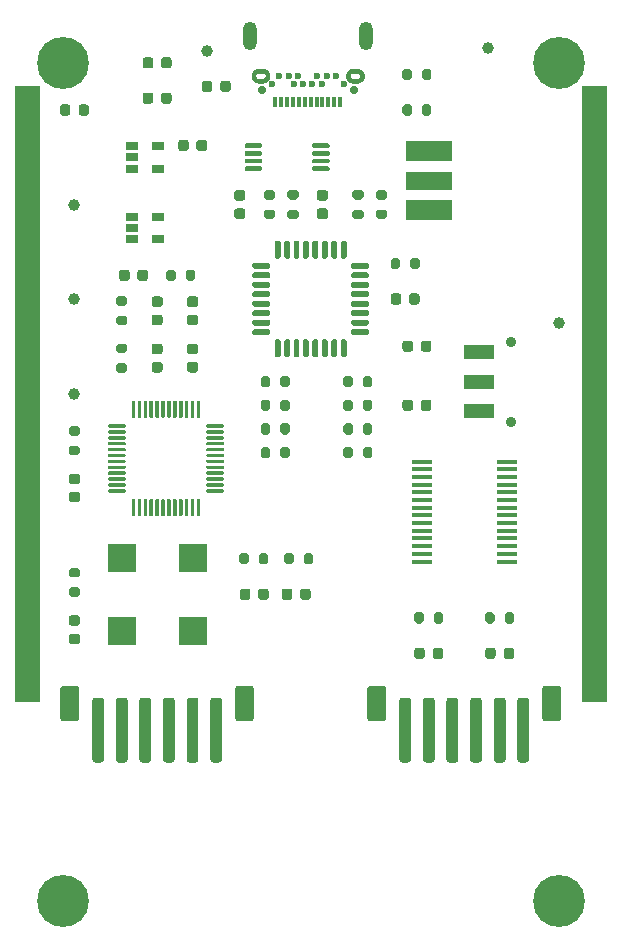
<source format=gbr>
%TF.GenerationSoftware,KiCad,Pcbnew,5.1.10*%
%TF.CreationDate,2021-05-06T14:57:10-06:00*%
%TF.ProjectId,tx500-data,74783530-302d-4646-9174-612e6b696361,1*%
%TF.SameCoordinates,Original*%
%TF.FileFunction,Soldermask,Top*%
%TF.FilePolarity,Negative*%
%FSLAX46Y46*%
G04 Gerber Fmt 4.6, Leading zero omitted, Abs format (unit mm)*
G04 Created by KiCad (PCBNEW 5.1.10) date 2021-05-06 14:57:10*
%MOMM*%
%LPD*%
G01*
G04 APERTURE LIST*
%ADD10C,0.100000*%
%ADD11C,0.010000*%
%ADD12C,0.600000*%
%ADD13R,0.350000X0.850000*%
%ADD14C,0.700000*%
%ADD15O,1.200000X2.400000*%
%ADD16R,4.000000X1.700000*%
%ADD17R,4.000000X1.500000*%
%ADD18C,0.900000*%
%ADD19R,2.500000X1.250000*%
%ADD20C,4.400000*%
%ADD21R,1.750000X0.450000*%
%ADD22R,1.060000X0.650000*%
%ADD23C,1.000000*%
%ADD24R,2.450000X2.350000*%
G04 APERTURE END LIST*
D10*
G36*
X131000000Y-116000000D02*
G01*
X129000000Y-116000000D01*
X129000000Y-64000000D01*
X131000000Y-64000000D01*
X131000000Y-116000000D01*
G37*
X131000000Y-116000000D02*
X129000000Y-116000000D01*
X129000000Y-64000000D01*
X131000000Y-64000000D01*
X131000000Y-116000000D01*
G36*
X179000000Y-116000000D02*
G01*
X177000000Y-116000000D01*
X177000000Y-64000000D01*
X179000000Y-64000000D01*
X179000000Y-116000000D01*
G37*
X179000000Y-116000000D02*
X177000000Y-116000000D01*
X177000000Y-64000000D01*
X179000000Y-64000000D01*
X179000000Y-116000000D01*
D11*
%TO.C,J1*%
G36*
X157000000Y-63095000D02*
G01*
X157000781Y-63065169D01*
X157003123Y-63035419D01*
X157007018Y-63005832D01*
X157012456Y-62976490D01*
X157019422Y-62947473D01*
X157027898Y-62918860D01*
X157037859Y-62890730D01*
X157049279Y-62863160D01*
X157062126Y-62836225D01*
X157076366Y-62810000D01*
X157091958Y-62784556D01*
X157108860Y-62759962D01*
X157127027Y-62736287D01*
X157146407Y-62713596D01*
X157166949Y-62691949D01*
X157188596Y-62671407D01*
X157211287Y-62652027D01*
X157234962Y-62633860D01*
X157259556Y-62616958D01*
X157285000Y-62601366D01*
X157311225Y-62587126D01*
X157338160Y-62574279D01*
X157365730Y-62562859D01*
X157393860Y-62552898D01*
X157422473Y-62544422D01*
X157451490Y-62537456D01*
X157480832Y-62532018D01*
X157510419Y-62528123D01*
X157540169Y-62525781D01*
X157570000Y-62525000D01*
X157925000Y-62525000D01*
X157955093Y-62525788D01*
X157985104Y-62528150D01*
X158014950Y-62532079D01*
X158044549Y-62537565D01*
X158073821Y-62544593D01*
X158102685Y-62553143D01*
X158131062Y-62563191D01*
X158158874Y-62574711D01*
X158186045Y-62587671D01*
X158212500Y-62602035D01*
X158238167Y-62617764D01*
X158262977Y-62634815D01*
X158286859Y-62653141D01*
X158309750Y-62672692D01*
X158331586Y-62693414D01*
X158352308Y-62715250D01*
X158371859Y-62738141D01*
X158390185Y-62762023D01*
X158407236Y-62786833D01*
X158422965Y-62812500D01*
X158437329Y-62838955D01*
X158450289Y-62866126D01*
X158461809Y-62893938D01*
X158471857Y-62922315D01*
X158480407Y-62951179D01*
X158487435Y-62980451D01*
X158492921Y-63010050D01*
X158496850Y-63039896D01*
X158499212Y-63069907D01*
X158500000Y-63100000D01*
X158499212Y-63130093D01*
X158496850Y-63160104D01*
X158492921Y-63189950D01*
X158487435Y-63219549D01*
X158480407Y-63248821D01*
X158471857Y-63277685D01*
X158461809Y-63306062D01*
X158450289Y-63333874D01*
X158437329Y-63361045D01*
X158422965Y-63387500D01*
X158407236Y-63413167D01*
X158390185Y-63437977D01*
X158371859Y-63461859D01*
X158352308Y-63484750D01*
X158331586Y-63506586D01*
X158309750Y-63527308D01*
X158286859Y-63546859D01*
X158262977Y-63565185D01*
X158238167Y-63582236D01*
X158212500Y-63597965D01*
X158186045Y-63612329D01*
X158158874Y-63625289D01*
X158131062Y-63636809D01*
X158102685Y-63646857D01*
X158073821Y-63655407D01*
X158044549Y-63662435D01*
X158014950Y-63667921D01*
X157985104Y-63671850D01*
X157955093Y-63674212D01*
X157925000Y-63675000D01*
X157570000Y-63675000D01*
X157540169Y-63674219D01*
X157510419Y-63671877D01*
X157480832Y-63667982D01*
X157451490Y-63662544D01*
X157422473Y-63655578D01*
X157393860Y-63647102D01*
X157365730Y-63637141D01*
X157338160Y-63625721D01*
X157311225Y-63612874D01*
X157285000Y-63598634D01*
X157259556Y-63583042D01*
X157234962Y-63566140D01*
X157211287Y-63547973D01*
X157188596Y-63528593D01*
X157166949Y-63508051D01*
X157146407Y-63486404D01*
X157127027Y-63463713D01*
X157108860Y-63440038D01*
X157091958Y-63415444D01*
X157076366Y-63390000D01*
X157062126Y-63363775D01*
X157049279Y-63336840D01*
X157037859Y-63309270D01*
X157027898Y-63281140D01*
X157019422Y-63252527D01*
X157012456Y-63223510D01*
X157007018Y-63194168D01*
X157003123Y-63164581D01*
X157000781Y-63134831D01*
X157000000Y-63105000D01*
X157300000Y-63105000D01*
X157300370Y-63119131D01*
X157301479Y-63133223D01*
X157303324Y-63147237D01*
X157305900Y-63161136D01*
X157309200Y-63174881D01*
X157313215Y-63188435D01*
X157317933Y-63201759D01*
X157323343Y-63214819D01*
X157329428Y-63227577D01*
X157336173Y-63240000D01*
X157343559Y-63252053D01*
X157351565Y-63263702D01*
X157360171Y-63274917D01*
X157369351Y-63285665D01*
X157379081Y-63295919D01*
X157389335Y-63305649D01*
X157400083Y-63314829D01*
X157411298Y-63323435D01*
X157422947Y-63331441D01*
X157435000Y-63338827D01*
X157447423Y-63345572D01*
X157460181Y-63351657D01*
X157473241Y-63357067D01*
X157486565Y-63361785D01*
X157500119Y-63365800D01*
X157513864Y-63369100D01*
X157527763Y-63371676D01*
X157541777Y-63373521D01*
X157555869Y-63374630D01*
X157570000Y-63375000D01*
X157925000Y-63375000D01*
X157939392Y-63374623D01*
X157953745Y-63373494D01*
X157968019Y-63371614D01*
X157982176Y-63368991D01*
X157996175Y-63365630D01*
X158009980Y-63361541D01*
X158023551Y-63356735D01*
X158036853Y-63351225D01*
X158049847Y-63345027D01*
X158062500Y-63338157D01*
X158074776Y-63330634D01*
X158086641Y-63322480D01*
X158098063Y-63313715D01*
X158109011Y-63304365D01*
X158119454Y-63294454D01*
X158129365Y-63284011D01*
X158138715Y-63273063D01*
X158147480Y-63261641D01*
X158155634Y-63249776D01*
X158163157Y-63237500D01*
X158170027Y-63224847D01*
X158176225Y-63211853D01*
X158181735Y-63198551D01*
X158186541Y-63184980D01*
X158190630Y-63171175D01*
X158193991Y-63157176D01*
X158196614Y-63143019D01*
X158198494Y-63128745D01*
X158199623Y-63114392D01*
X158200000Y-63100000D01*
X158199623Y-63085608D01*
X158198494Y-63071255D01*
X158196614Y-63056981D01*
X158193991Y-63042824D01*
X158190630Y-63028825D01*
X158186541Y-63015020D01*
X158181735Y-63001449D01*
X158176225Y-62988147D01*
X158170027Y-62975153D01*
X158163157Y-62962500D01*
X158155634Y-62950224D01*
X158147480Y-62938359D01*
X158138715Y-62926937D01*
X158129365Y-62915989D01*
X158119454Y-62905546D01*
X158109011Y-62895635D01*
X158098063Y-62886285D01*
X158086641Y-62877520D01*
X158074776Y-62869366D01*
X158062500Y-62861843D01*
X158049847Y-62854973D01*
X158036853Y-62848775D01*
X158023551Y-62843265D01*
X158009980Y-62838459D01*
X157996175Y-62834370D01*
X157982176Y-62831009D01*
X157968019Y-62828386D01*
X157953745Y-62826506D01*
X157939392Y-62825377D01*
X157925000Y-62825000D01*
X157570000Y-62825000D01*
X157555869Y-62825370D01*
X157541777Y-62826479D01*
X157527763Y-62828324D01*
X157513864Y-62830900D01*
X157500119Y-62834200D01*
X157486565Y-62838215D01*
X157473241Y-62842933D01*
X157460181Y-62848343D01*
X157447423Y-62854428D01*
X157435000Y-62861173D01*
X157422947Y-62868559D01*
X157411298Y-62876565D01*
X157400083Y-62885171D01*
X157389335Y-62894351D01*
X157379081Y-62904081D01*
X157369351Y-62914335D01*
X157360171Y-62925083D01*
X157351565Y-62936298D01*
X157343559Y-62947947D01*
X157336173Y-62960000D01*
X157329428Y-62972423D01*
X157323343Y-62985181D01*
X157317933Y-62998241D01*
X157313215Y-63011565D01*
X157309200Y-63025119D01*
X157305900Y-63038864D01*
X157303324Y-63052763D01*
X157301479Y-63066777D01*
X157300370Y-63080869D01*
X157300000Y-63095000D01*
X157000000Y-63095000D01*
G37*
X157000000Y-63095000D02*
X157000781Y-63065169D01*
X157003123Y-63035419D01*
X157007018Y-63005832D01*
X157012456Y-62976490D01*
X157019422Y-62947473D01*
X157027898Y-62918860D01*
X157037859Y-62890730D01*
X157049279Y-62863160D01*
X157062126Y-62836225D01*
X157076366Y-62810000D01*
X157091958Y-62784556D01*
X157108860Y-62759962D01*
X157127027Y-62736287D01*
X157146407Y-62713596D01*
X157166949Y-62691949D01*
X157188596Y-62671407D01*
X157211287Y-62652027D01*
X157234962Y-62633860D01*
X157259556Y-62616958D01*
X157285000Y-62601366D01*
X157311225Y-62587126D01*
X157338160Y-62574279D01*
X157365730Y-62562859D01*
X157393860Y-62552898D01*
X157422473Y-62544422D01*
X157451490Y-62537456D01*
X157480832Y-62532018D01*
X157510419Y-62528123D01*
X157540169Y-62525781D01*
X157570000Y-62525000D01*
X157925000Y-62525000D01*
X157955093Y-62525788D01*
X157985104Y-62528150D01*
X158014950Y-62532079D01*
X158044549Y-62537565D01*
X158073821Y-62544593D01*
X158102685Y-62553143D01*
X158131062Y-62563191D01*
X158158874Y-62574711D01*
X158186045Y-62587671D01*
X158212500Y-62602035D01*
X158238167Y-62617764D01*
X158262977Y-62634815D01*
X158286859Y-62653141D01*
X158309750Y-62672692D01*
X158331586Y-62693414D01*
X158352308Y-62715250D01*
X158371859Y-62738141D01*
X158390185Y-62762023D01*
X158407236Y-62786833D01*
X158422965Y-62812500D01*
X158437329Y-62838955D01*
X158450289Y-62866126D01*
X158461809Y-62893938D01*
X158471857Y-62922315D01*
X158480407Y-62951179D01*
X158487435Y-62980451D01*
X158492921Y-63010050D01*
X158496850Y-63039896D01*
X158499212Y-63069907D01*
X158500000Y-63100000D01*
X158499212Y-63130093D01*
X158496850Y-63160104D01*
X158492921Y-63189950D01*
X158487435Y-63219549D01*
X158480407Y-63248821D01*
X158471857Y-63277685D01*
X158461809Y-63306062D01*
X158450289Y-63333874D01*
X158437329Y-63361045D01*
X158422965Y-63387500D01*
X158407236Y-63413167D01*
X158390185Y-63437977D01*
X158371859Y-63461859D01*
X158352308Y-63484750D01*
X158331586Y-63506586D01*
X158309750Y-63527308D01*
X158286859Y-63546859D01*
X158262977Y-63565185D01*
X158238167Y-63582236D01*
X158212500Y-63597965D01*
X158186045Y-63612329D01*
X158158874Y-63625289D01*
X158131062Y-63636809D01*
X158102685Y-63646857D01*
X158073821Y-63655407D01*
X158044549Y-63662435D01*
X158014950Y-63667921D01*
X157985104Y-63671850D01*
X157955093Y-63674212D01*
X157925000Y-63675000D01*
X157570000Y-63675000D01*
X157540169Y-63674219D01*
X157510419Y-63671877D01*
X157480832Y-63667982D01*
X157451490Y-63662544D01*
X157422473Y-63655578D01*
X157393860Y-63647102D01*
X157365730Y-63637141D01*
X157338160Y-63625721D01*
X157311225Y-63612874D01*
X157285000Y-63598634D01*
X157259556Y-63583042D01*
X157234962Y-63566140D01*
X157211287Y-63547973D01*
X157188596Y-63528593D01*
X157166949Y-63508051D01*
X157146407Y-63486404D01*
X157127027Y-63463713D01*
X157108860Y-63440038D01*
X157091958Y-63415444D01*
X157076366Y-63390000D01*
X157062126Y-63363775D01*
X157049279Y-63336840D01*
X157037859Y-63309270D01*
X157027898Y-63281140D01*
X157019422Y-63252527D01*
X157012456Y-63223510D01*
X157007018Y-63194168D01*
X157003123Y-63164581D01*
X157000781Y-63134831D01*
X157000000Y-63105000D01*
X157300000Y-63105000D01*
X157300370Y-63119131D01*
X157301479Y-63133223D01*
X157303324Y-63147237D01*
X157305900Y-63161136D01*
X157309200Y-63174881D01*
X157313215Y-63188435D01*
X157317933Y-63201759D01*
X157323343Y-63214819D01*
X157329428Y-63227577D01*
X157336173Y-63240000D01*
X157343559Y-63252053D01*
X157351565Y-63263702D01*
X157360171Y-63274917D01*
X157369351Y-63285665D01*
X157379081Y-63295919D01*
X157389335Y-63305649D01*
X157400083Y-63314829D01*
X157411298Y-63323435D01*
X157422947Y-63331441D01*
X157435000Y-63338827D01*
X157447423Y-63345572D01*
X157460181Y-63351657D01*
X157473241Y-63357067D01*
X157486565Y-63361785D01*
X157500119Y-63365800D01*
X157513864Y-63369100D01*
X157527763Y-63371676D01*
X157541777Y-63373521D01*
X157555869Y-63374630D01*
X157570000Y-63375000D01*
X157925000Y-63375000D01*
X157939392Y-63374623D01*
X157953745Y-63373494D01*
X157968019Y-63371614D01*
X157982176Y-63368991D01*
X157996175Y-63365630D01*
X158009980Y-63361541D01*
X158023551Y-63356735D01*
X158036853Y-63351225D01*
X158049847Y-63345027D01*
X158062500Y-63338157D01*
X158074776Y-63330634D01*
X158086641Y-63322480D01*
X158098063Y-63313715D01*
X158109011Y-63304365D01*
X158119454Y-63294454D01*
X158129365Y-63284011D01*
X158138715Y-63273063D01*
X158147480Y-63261641D01*
X158155634Y-63249776D01*
X158163157Y-63237500D01*
X158170027Y-63224847D01*
X158176225Y-63211853D01*
X158181735Y-63198551D01*
X158186541Y-63184980D01*
X158190630Y-63171175D01*
X158193991Y-63157176D01*
X158196614Y-63143019D01*
X158198494Y-63128745D01*
X158199623Y-63114392D01*
X158200000Y-63100000D01*
X158199623Y-63085608D01*
X158198494Y-63071255D01*
X158196614Y-63056981D01*
X158193991Y-63042824D01*
X158190630Y-63028825D01*
X158186541Y-63015020D01*
X158181735Y-63001449D01*
X158176225Y-62988147D01*
X158170027Y-62975153D01*
X158163157Y-62962500D01*
X158155634Y-62950224D01*
X158147480Y-62938359D01*
X158138715Y-62926937D01*
X158129365Y-62915989D01*
X158119454Y-62905546D01*
X158109011Y-62895635D01*
X158098063Y-62886285D01*
X158086641Y-62877520D01*
X158074776Y-62869366D01*
X158062500Y-62861843D01*
X158049847Y-62854973D01*
X158036853Y-62848775D01*
X158023551Y-62843265D01*
X158009980Y-62838459D01*
X157996175Y-62834370D01*
X157982176Y-62831009D01*
X157968019Y-62828386D01*
X157953745Y-62826506D01*
X157939392Y-62825377D01*
X157925000Y-62825000D01*
X157570000Y-62825000D01*
X157555869Y-62825370D01*
X157541777Y-62826479D01*
X157527763Y-62828324D01*
X157513864Y-62830900D01*
X157500119Y-62834200D01*
X157486565Y-62838215D01*
X157473241Y-62842933D01*
X157460181Y-62848343D01*
X157447423Y-62854428D01*
X157435000Y-62861173D01*
X157422947Y-62868559D01*
X157411298Y-62876565D01*
X157400083Y-62885171D01*
X157389335Y-62894351D01*
X157379081Y-62904081D01*
X157369351Y-62914335D01*
X157360171Y-62925083D01*
X157351565Y-62936298D01*
X157343559Y-62947947D01*
X157336173Y-62960000D01*
X157329428Y-62972423D01*
X157323343Y-62985181D01*
X157317933Y-62998241D01*
X157313215Y-63011565D01*
X157309200Y-63025119D01*
X157305900Y-63038864D01*
X157303324Y-63052763D01*
X157301479Y-63066777D01*
X157300370Y-63080869D01*
X157300000Y-63095000D01*
X157000000Y-63095000D01*
G36*
X150500000Y-63105000D02*
G01*
X150499219Y-63134831D01*
X150496877Y-63164581D01*
X150492982Y-63194168D01*
X150487544Y-63223510D01*
X150480578Y-63252527D01*
X150472102Y-63281140D01*
X150462141Y-63309270D01*
X150450721Y-63336840D01*
X150437874Y-63363775D01*
X150423634Y-63390000D01*
X150408042Y-63415444D01*
X150391140Y-63440038D01*
X150372973Y-63463713D01*
X150353593Y-63486404D01*
X150333051Y-63508051D01*
X150311404Y-63528593D01*
X150288713Y-63547973D01*
X150265038Y-63566140D01*
X150240444Y-63583042D01*
X150215000Y-63598634D01*
X150188775Y-63612874D01*
X150161840Y-63625721D01*
X150134270Y-63637141D01*
X150106140Y-63647102D01*
X150077527Y-63655578D01*
X150048510Y-63662544D01*
X150019168Y-63667982D01*
X149989581Y-63671877D01*
X149959831Y-63674219D01*
X149930000Y-63675000D01*
X149575000Y-63675000D01*
X149544907Y-63674212D01*
X149514896Y-63671850D01*
X149485050Y-63667921D01*
X149455451Y-63662435D01*
X149426179Y-63655407D01*
X149397315Y-63646857D01*
X149368938Y-63636809D01*
X149341126Y-63625289D01*
X149313955Y-63612329D01*
X149287500Y-63597965D01*
X149261833Y-63582236D01*
X149237023Y-63565185D01*
X149213141Y-63546859D01*
X149190250Y-63527308D01*
X149168414Y-63506586D01*
X149147692Y-63484750D01*
X149128141Y-63461859D01*
X149109815Y-63437977D01*
X149092764Y-63413167D01*
X149077035Y-63387500D01*
X149062671Y-63361045D01*
X149049711Y-63333874D01*
X149038191Y-63306062D01*
X149028143Y-63277685D01*
X149019593Y-63248821D01*
X149012565Y-63219549D01*
X149007079Y-63189950D01*
X149003150Y-63160104D01*
X149000788Y-63130093D01*
X149000000Y-63100000D01*
X149000788Y-63069907D01*
X149003150Y-63039896D01*
X149007079Y-63010050D01*
X149012565Y-62980451D01*
X149019593Y-62951179D01*
X149028143Y-62922315D01*
X149038191Y-62893938D01*
X149049711Y-62866126D01*
X149062671Y-62838955D01*
X149077035Y-62812500D01*
X149092764Y-62786833D01*
X149109815Y-62762023D01*
X149128141Y-62738141D01*
X149147692Y-62715250D01*
X149168414Y-62693414D01*
X149190250Y-62672692D01*
X149213141Y-62653141D01*
X149237023Y-62634815D01*
X149261833Y-62617764D01*
X149287500Y-62602035D01*
X149313955Y-62587671D01*
X149341126Y-62574711D01*
X149368938Y-62563191D01*
X149397315Y-62553143D01*
X149426179Y-62544593D01*
X149455451Y-62537565D01*
X149485050Y-62532079D01*
X149514896Y-62528150D01*
X149544907Y-62525788D01*
X149575000Y-62525000D01*
X149930000Y-62525000D01*
X149959831Y-62525781D01*
X149989581Y-62528123D01*
X150019168Y-62532018D01*
X150048510Y-62537456D01*
X150077527Y-62544422D01*
X150106140Y-62552898D01*
X150134270Y-62562859D01*
X150161840Y-62574279D01*
X150188775Y-62587126D01*
X150215000Y-62601366D01*
X150240444Y-62616958D01*
X150265038Y-62633860D01*
X150288713Y-62652027D01*
X150311404Y-62671407D01*
X150333051Y-62691949D01*
X150353593Y-62713596D01*
X150372973Y-62736287D01*
X150391140Y-62759962D01*
X150408042Y-62784556D01*
X150423634Y-62810000D01*
X150437874Y-62836225D01*
X150450721Y-62863160D01*
X150462141Y-62890730D01*
X150472102Y-62918860D01*
X150480578Y-62947473D01*
X150487544Y-62976490D01*
X150492982Y-63005832D01*
X150496877Y-63035419D01*
X150499219Y-63065169D01*
X150500000Y-63095000D01*
X150200000Y-63095000D01*
X150199630Y-63080869D01*
X150198521Y-63066777D01*
X150196676Y-63052763D01*
X150194100Y-63038864D01*
X150190800Y-63025119D01*
X150186785Y-63011565D01*
X150182067Y-62998241D01*
X150176657Y-62985181D01*
X150170572Y-62972423D01*
X150163827Y-62960000D01*
X150156441Y-62947947D01*
X150148435Y-62936298D01*
X150139829Y-62925083D01*
X150130649Y-62914335D01*
X150120919Y-62904081D01*
X150110665Y-62894351D01*
X150099917Y-62885171D01*
X150088702Y-62876565D01*
X150077053Y-62868559D01*
X150065000Y-62861173D01*
X150052577Y-62854428D01*
X150039819Y-62848343D01*
X150026759Y-62842933D01*
X150013435Y-62838215D01*
X149999881Y-62834200D01*
X149986136Y-62830900D01*
X149972237Y-62828324D01*
X149958223Y-62826479D01*
X149944131Y-62825370D01*
X149930000Y-62825000D01*
X149575000Y-62825000D01*
X149560608Y-62825377D01*
X149546255Y-62826506D01*
X149531981Y-62828386D01*
X149517824Y-62831009D01*
X149503825Y-62834370D01*
X149490020Y-62838459D01*
X149476449Y-62843265D01*
X149463147Y-62848775D01*
X149450153Y-62854973D01*
X149437500Y-62861843D01*
X149425224Y-62869366D01*
X149413359Y-62877520D01*
X149401937Y-62886285D01*
X149390989Y-62895635D01*
X149380546Y-62905546D01*
X149370635Y-62915989D01*
X149361285Y-62926937D01*
X149352520Y-62938359D01*
X149344366Y-62950224D01*
X149336843Y-62962500D01*
X149329973Y-62975153D01*
X149323775Y-62988147D01*
X149318265Y-63001449D01*
X149313459Y-63015020D01*
X149309370Y-63028825D01*
X149306009Y-63042824D01*
X149303386Y-63056981D01*
X149301506Y-63071255D01*
X149300377Y-63085608D01*
X149300000Y-63100000D01*
X149300377Y-63114392D01*
X149301506Y-63128745D01*
X149303386Y-63143019D01*
X149306009Y-63157176D01*
X149309370Y-63171175D01*
X149313459Y-63184980D01*
X149318265Y-63198551D01*
X149323775Y-63211853D01*
X149329973Y-63224847D01*
X149336843Y-63237500D01*
X149344366Y-63249776D01*
X149352520Y-63261641D01*
X149361285Y-63273063D01*
X149370635Y-63284011D01*
X149380546Y-63294454D01*
X149390989Y-63304365D01*
X149401937Y-63313715D01*
X149413359Y-63322480D01*
X149425224Y-63330634D01*
X149437500Y-63338157D01*
X149450153Y-63345027D01*
X149463147Y-63351225D01*
X149476449Y-63356735D01*
X149490020Y-63361541D01*
X149503825Y-63365630D01*
X149517824Y-63368991D01*
X149531981Y-63371614D01*
X149546255Y-63373494D01*
X149560608Y-63374623D01*
X149575000Y-63375000D01*
X149930000Y-63375000D01*
X149944131Y-63374630D01*
X149958223Y-63373521D01*
X149972237Y-63371676D01*
X149986136Y-63369100D01*
X149999881Y-63365800D01*
X150013435Y-63361785D01*
X150026759Y-63357067D01*
X150039819Y-63351657D01*
X150052577Y-63345572D01*
X150065000Y-63338827D01*
X150077053Y-63331441D01*
X150088702Y-63323435D01*
X150099917Y-63314829D01*
X150110665Y-63305649D01*
X150120919Y-63295919D01*
X150130649Y-63285665D01*
X150139829Y-63274917D01*
X150148435Y-63263702D01*
X150156441Y-63252053D01*
X150163827Y-63240000D01*
X150170572Y-63227577D01*
X150176657Y-63214819D01*
X150182067Y-63201759D01*
X150186785Y-63188435D01*
X150190800Y-63174881D01*
X150194100Y-63161136D01*
X150196676Y-63147237D01*
X150198521Y-63133223D01*
X150199630Y-63119131D01*
X150200000Y-63105000D01*
X150500000Y-63105000D01*
G37*
X150500000Y-63105000D02*
X150499219Y-63134831D01*
X150496877Y-63164581D01*
X150492982Y-63194168D01*
X150487544Y-63223510D01*
X150480578Y-63252527D01*
X150472102Y-63281140D01*
X150462141Y-63309270D01*
X150450721Y-63336840D01*
X150437874Y-63363775D01*
X150423634Y-63390000D01*
X150408042Y-63415444D01*
X150391140Y-63440038D01*
X150372973Y-63463713D01*
X150353593Y-63486404D01*
X150333051Y-63508051D01*
X150311404Y-63528593D01*
X150288713Y-63547973D01*
X150265038Y-63566140D01*
X150240444Y-63583042D01*
X150215000Y-63598634D01*
X150188775Y-63612874D01*
X150161840Y-63625721D01*
X150134270Y-63637141D01*
X150106140Y-63647102D01*
X150077527Y-63655578D01*
X150048510Y-63662544D01*
X150019168Y-63667982D01*
X149989581Y-63671877D01*
X149959831Y-63674219D01*
X149930000Y-63675000D01*
X149575000Y-63675000D01*
X149544907Y-63674212D01*
X149514896Y-63671850D01*
X149485050Y-63667921D01*
X149455451Y-63662435D01*
X149426179Y-63655407D01*
X149397315Y-63646857D01*
X149368938Y-63636809D01*
X149341126Y-63625289D01*
X149313955Y-63612329D01*
X149287500Y-63597965D01*
X149261833Y-63582236D01*
X149237023Y-63565185D01*
X149213141Y-63546859D01*
X149190250Y-63527308D01*
X149168414Y-63506586D01*
X149147692Y-63484750D01*
X149128141Y-63461859D01*
X149109815Y-63437977D01*
X149092764Y-63413167D01*
X149077035Y-63387500D01*
X149062671Y-63361045D01*
X149049711Y-63333874D01*
X149038191Y-63306062D01*
X149028143Y-63277685D01*
X149019593Y-63248821D01*
X149012565Y-63219549D01*
X149007079Y-63189950D01*
X149003150Y-63160104D01*
X149000788Y-63130093D01*
X149000000Y-63100000D01*
X149000788Y-63069907D01*
X149003150Y-63039896D01*
X149007079Y-63010050D01*
X149012565Y-62980451D01*
X149019593Y-62951179D01*
X149028143Y-62922315D01*
X149038191Y-62893938D01*
X149049711Y-62866126D01*
X149062671Y-62838955D01*
X149077035Y-62812500D01*
X149092764Y-62786833D01*
X149109815Y-62762023D01*
X149128141Y-62738141D01*
X149147692Y-62715250D01*
X149168414Y-62693414D01*
X149190250Y-62672692D01*
X149213141Y-62653141D01*
X149237023Y-62634815D01*
X149261833Y-62617764D01*
X149287500Y-62602035D01*
X149313955Y-62587671D01*
X149341126Y-62574711D01*
X149368938Y-62563191D01*
X149397315Y-62553143D01*
X149426179Y-62544593D01*
X149455451Y-62537565D01*
X149485050Y-62532079D01*
X149514896Y-62528150D01*
X149544907Y-62525788D01*
X149575000Y-62525000D01*
X149930000Y-62525000D01*
X149959831Y-62525781D01*
X149989581Y-62528123D01*
X150019168Y-62532018D01*
X150048510Y-62537456D01*
X150077527Y-62544422D01*
X150106140Y-62552898D01*
X150134270Y-62562859D01*
X150161840Y-62574279D01*
X150188775Y-62587126D01*
X150215000Y-62601366D01*
X150240444Y-62616958D01*
X150265038Y-62633860D01*
X150288713Y-62652027D01*
X150311404Y-62671407D01*
X150333051Y-62691949D01*
X150353593Y-62713596D01*
X150372973Y-62736287D01*
X150391140Y-62759962D01*
X150408042Y-62784556D01*
X150423634Y-62810000D01*
X150437874Y-62836225D01*
X150450721Y-62863160D01*
X150462141Y-62890730D01*
X150472102Y-62918860D01*
X150480578Y-62947473D01*
X150487544Y-62976490D01*
X150492982Y-63005832D01*
X150496877Y-63035419D01*
X150499219Y-63065169D01*
X150500000Y-63095000D01*
X150200000Y-63095000D01*
X150199630Y-63080869D01*
X150198521Y-63066777D01*
X150196676Y-63052763D01*
X150194100Y-63038864D01*
X150190800Y-63025119D01*
X150186785Y-63011565D01*
X150182067Y-62998241D01*
X150176657Y-62985181D01*
X150170572Y-62972423D01*
X150163827Y-62960000D01*
X150156441Y-62947947D01*
X150148435Y-62936298D01*
X150139829Y-62925083D01*
X150130649Y-62914335D01*
X150120919Y-62904081D01*
X150110665Y-62894351D01*
X150099917Y-62885171D01*
X150088702Y-62876565D01*
X150077053Y-62868559D01*
X150065000Y-62861173D01*
X150052577Y-62854428D01*
X150039819Y-62848343D01*
X150026759Y-62842933D01*
X150013435Y-62838215D01*
X149999881Y-62834200D01*
X149986136Y-62830900D01*
X149972237Y-62828324D01*
X149958223Y-62826479D01*
X149944131Y-62825370D01*
X149930000Y-62825000D01*
X149575000Y-62825000D01*
X149560608Y-62825377D01*
X149546255Y-62826506D01*
X149531981Y-62828386D01*
X149517824Y-62831009D01*
X149503825Y-62834370D01*
X149490020Y-62838459D01*
X149476449Y-62843265D01*
X149463147Y-62848775D01*
X149450153Y-62854973D01*
X149437500Y-62861843D01*
X149425224Y-62869366D01*
X149413359Y-62877520D01*
X149401937Y-62886285D01*
X149390989Y-62895635D01*
X149380546Y-62905546D01*
X149370635Y-62915989D01*
X149361285Y-62926937D01*
X149352520Y-62938359D01*
X149344366Y-62950224D01*
X149336843Y-62962500D01*
X149329973Y-62975153D01*
X149323775Y-62988147D01*
X149318265Y-63001449D01*
X149313459Y-63015020D01*
X149309370Y-63028825D01*
X149306009Y-63042824D01*
X149303386Y-63056981D01*
X149301506Y-63071255D01*
X149300377Y-63085608D01*
X149300000Y-63100000D01*
X149300377Y-63114392D01*
X149301506Y-63128745D01*
X149303386Y-63143019D01*
X149306009Y-63157176D01*
X149309370Y-63171175D01*
X149313459Y-63184980D01*
X149318265Y-63198551D01*
X149323775Y-63211853D01*
X149329973Y-63224847D01*
X149336843Y-63237500D01*
X149344366Y-63249776D01*
X149352520Y-63261641D01*
X149361285Y-63273063D01*
X149370635Y-63284011D01*
X149380546Y-63294454D01*
X149390989Y-63304365D01*
X149401937Y-63313715D01*
X149413359Y-63322480D01*
X149425224Y-63330634D01*
X149437500Y-63338157D01*
X149450153Y-63345027D01*
X149463147Y-63351225D01*
X149476449Y-63356735D01*
X149490020Y-63361541D01*
X149503825Y-63365630D01*
X149517824Y-63368991D01*
X149531981Y-63371614D01*
X149546255Y-63373494D01*
X149560608Y-63374623D01*
X149575000Y-63375000D01*
X149930000Y-63375000D01*
X149944131Y-63374630D01*
X149958223Y-63373521D01*
X149972237Y-63371676D01*
X149986136Y-63369100D01*
X149999881Y-63365800D01*
X150013435Y-63361785D01*
X150026759Y-63357067D01*
X150039819Y-63351657D01*
X150052577Y-63345572D01*
X150065000Y-63338827D01*
X150077053Y-63331441D01*
X150088702Y-63323435D01*
X150099917Y-63314829D01*
X150110665Y-63305649D01*
X150120919Y-63295919D01*
X150130649Y-63285665D01*
X150139829Y-63274917D01*
X150148435Y-63263702D01*
X150156441Y-63252053D01*
X150163827Y-63240000D01*
X150170572Y-63227577D01*
X150176657Y-63214819D01*
X150182067Y-63201759D01*
X150186785Y-63188435D01*
X150190800Y-63174881D01*
X150194100Y-63161136D01*
X150196676Y-63147237D01*
X150198521Y-63133223D01*
X150199630Y-63119131D01*
X150200000Y-63105000D01*
X150500000Y-63105000D01*
%TD*%
%TO.C,U5*%
G36*
G01*
X154125000Y-69125000D02*
X154125000Y-68925000D01*
G75*
G02*
X154225000Y-68825000I100000J0D01*
G01*
X155500000Y-68825000D01*
G75*
G02*
X155600000Y-68925000I0J-100000D01*
G01*
X155600000Y-69125000D01*
G75*
G02*
X155500000Y-69225000I-100000J0D01*
G01*
X154225000Y-69225000D01*
G75*
G02*
X154125000Y-69125000I0J100000D01*
G01*
G37*
G36*
G01*
X154125000Y-69775000D02*
X154125000Y-69575000D01*
G75*
G02*
X154225000Y-69475000I100000J0D01*
G01*
X155500000Y-69475000D01*
G75*
G02*
X155600000Y-69575000I0J-100000D01*
G01*
X155600000Y-69775000D01*
G75*
G02*
X155500000Y-69875000I-100000J0D01*
G01*
X154225000Y-69875000D01*
G75*
G02*
X154125000Y-69775000I0J100000D01*
G01*
G37*
G36*
G01*
X154125000Y-70425000D02*
X154125000Y-70225000D01*
G75*
G02*
X154225000Y-70125000I100000J0D01*
G01*
X155500000Y-70125000D01*
G75*
G02*
X155600000Y-70225000I0J-100000D01*
G01*
X155600000Y-70425000D01*
G75*
G02*
X155500000Y-70525000I-100000J0D01*
G01*
X154225000Y-70525000D01*
G75*
G02*
X154125000Y-70425000I0J100000D01*
G01*
G37*
G36*
G01*
X154125000Y-71075000D02*
X154125000Y-70875000D01*
G75*
G02*
X154225000Y-70775000I100000J0D01*
G01*
X155500000Y-70775000D01*
G75*
G02*
X155600000Y-70875000I0J-100000D01*
G01*
X155600000Y-71075000D01*
G75*
G02*
X155500000Y-71175000I-100000J0D01*
G01*
X154225000Y-71175000D01*
G75*
G02*
X154125000Y-71075000I0J100000D01*
G01*
G37*
G36*
G01*
X148400000Y-71075000D02*
X148400000Y-70875000D01*
G75*
G02*
X148500000Y-70775000I100000J0D01*
G01*
X149775000Y-70775000D01*
G75*
G02*
X149875000Y-70875000I0J-100000D01*
G01*
X149875000Y-71075000D01*
G75*
G02*
X149775000Y-71175000I-100000J0D01*
G01*
X148500000Y-71175000D01*
G75*
G02*
X148400000Y-71075000I0J100000D01*
G01*
G37*
G36*
G01*
X148400000Y-70425000D02*
X148400000Y-70225000D01*
G75*
G02*
X148500000Y-70125000I100000J0D01*
G01*
X149775000Y-70125000D01*
G75*
G02*
X149875000Y-70225000I0J-100000D01*
G01*
X149875000Y-70425000D01*
G75*
G02*
X149775000Y-70525000I-100000J0D01*
G01*
X148500000Y-70525000D01*
G75*
G02*
X148400000Y-70425000I0J100000D01*
G01*
G37*
G36*
G01*
X148400000Y-69775000D02*
X148400000Y-69575000D01*
G75*
G02*
X148500000Y-69475000I100000J0D01*
G01*
X149775000Y-69475000D01*
G75*
G02*
X149875000Y-69575000I0J-100000D01*
G01*
X149875000Y-69775000D01*
G75*
G02*
X149775000Y-69875000I-100000J0D01*
G01*
X148500000Y-69875000D01*
G75*
G02*
X148400000Y-69775000I0J100000D01*
G01*
G37*
G36*
G01*
X148400000Y-69125000D02*
X148400000Y-68925000D01*
G75*
G02*
X148500000Y-68825000I100000J0D01*
G01*
X149775000Y-68825000D01*
G75*
G02*
X149875000Y-68925000I0J-100000D01*
G01*
X149875000Y-69125000D01*
G75*
G02*
X149775000Y-69225000I-100000J0D01*
G01*
X148500000Y-69225000D01*
G75*
G02*
X148400000Y-69125000I0J100000D01*
G01*
G37*
%TD*%
D12*
%TO.C,J1*%
X153350000Y-63800000D03*
X154150000Y-63800000D03*
X152550000Y-63800000D03*
X154950000Y-63800000D03*
X152950000Y-63100000D03*
X154550000Y-63100000D03*
X152150000Y-63100000D03*
X155350000Y-63100000D03*
X151350000Y-63100000D03*
X156150000Y-63100000D03*
X156800000Y-63800000D03*
X150700000Y-63800000D03*
D13*
X151500000Y-65325000D03*
X152000000Y-65325000D03*
X152500000Y-65325000D03*
X153000000Y-65325000D03*
X153500000Y-65325000D03*
X154000000Y-65325000D03*
X154500000Y-65325000D03*
X155000000Y-65325000D03*
X155500000Y-65325000D03*
X156000000Y-65325000D03*
X151000000Y-65325000D03*
X156500000Y-65325000D03*
D14*
X157650000Y-64300000D03*
X149850000Y-64300000D03*
D15*
X158650000Y-59750000D03*
X148850000Y-59750000D03*
%TD*%
D16*
%TO.C,Y1*%
X164000000Y-74500000D03*
D17*
X164000000Y-72000000D03*
D16*
X164000000Y-69500000D03*
%TD*%
%TO.C,J2*%
G36*
G01*
X173600000Y-117500000D02*
X173600000Y-115000000D01*
G75*
G02*
X173850000Y-114750000I250000J0D01*
G01*
X174950000Y-114750000D01*
G75*
G02*
X175200000Y-115000000I0J-250000D01*
G01*
X175200000Y-117500000D01*
G75*
G02*
X174950000Y-117750000I-250000J0D01*
G01*
X173850000Y-117750000D01*
G75*
G02*
X173600000Y-117500000I0J250000D01*
G01*
G37*
G36*
G01*
X158800000Y-117500000D02*
X158800000Y-115000000D01*
G75*
G02*
X159050000Y-114750000I250000J0D01*
G01*
X160150000Y-114750000D01*
G75*
G02*
X160400000Y-115000000I0J-250000D01*
G01*
X160400000Y-117500000D01*
G75*
G02*
X160150000Y-117750000I-250000J0D01*
G01*
X159050000Y-117750000D01*
G75*
G02*
X158800000Y-117500000I0J250000D01*
G01*
G37*
G36*
G01*
X171500000Y-121000000D02*
X171500000Y-116000000D01*
G75*
G02*
X171750000Y-115750000I250000J0D01*
G01*
X172250000Y-115750000D01*
G75*
G02*
X172500000Y-116000000I0J-250000D01*
G01*
X172500000Y-121000000D01*
G75*
G02*
X172250000Y-121250000I-250000J0D01*
G01*
X171750000Y-121250000D01*
G75*
G02*
X171500000Y-121000000I0J250000D01*
G01*
G37*
G36*
G01*
X169500000Y-121000000D02*
X169500000Y-116000000D01*
G75*
G02*
X169750000Y-115750000I250000J0D01*
G01*
X170250000Y-115750000D01*
G75*
G02*
X170500000Y-116000000I0J-250000D01*
G01*
X170500000Y-121000000D01*
G75*
G02*
X170250000Y-121250000I-250000J0D01*
G01*
X169750000Y-121250000D01*
G75*
G02*
X169500000Y-121000000I0J250000D01*
G01*
G37*
G36*
G01*
X167500000Y-121000000D02*
X167500000Y-116000000D01*
G75*
G02*
X167750000Y-115750000I250000J0D01*
G01*
X168250000Y-115750000D01*
G75*
G02*
X168500000Y-116000000I0J-250000D01*
G01*
X168500000Y-121000000D01*
G75*
G02*
X168250000Y-121250000I-250000J0D01*
G01*
X167750000Y-121250000D01*
G75*
G02*
X167500000Y-121000000I0J250000D01*
G01*
G37*
G36*
G01*
X165500000Y-121000000D02*
X165500000Y-116000000D01*
G75*
G02*
X165750000Y-115750000I250000J0D01*
G01*
X166250000Y-115750000D01*
G75*
G02*
X166500000Y-116000000I0J-250000D01*
G01*
X166500000Y-121000000D01*
G75*
G02*
X166250000Y-121250000I-250000J0D01*
G01*
X165750000Y-121250000D01*
G75*
G02*
X165500000Y-121000000I0J250000D01*
G01*
G37*
G36*
G01*
X163500000Y-121000000D02*
X163500000Y-116000000D01*
G75*
G02*
X163750000Y-115750000I250000J0D01*
G01*
X164250000Y-115750000D01*
G75*
G02*
X164500000Y-116000000I0J-250000D01*
G01*
X164500000Y-121000000D01*
G75*
G02*
X164250000Y-121250000I-250000J0D01*
G01*
X163750000Y-121250000D01*
G75*
G02*
X163500000Y-121000000I0J250000D01*
G01*
G37*
G36*
G01*
X161500000Y-121000000D02*
X161500000Y-116000000D01*
G75*
G02*
X161750000Y-115750000I250000J0D01*
G01*
X162250000Y-115750000D01*
G75*
G02*
X162500000Y-116000000I0J-250000D01*
G01*
X162500000Y-121000000D01*
G75*
G02*
X162250000Y-121250000I-250000J0D01*
G01*
X161750000Y-121250000D01*
G75*
G02*
X161500000Y-121000000I0J250000D01*
G01*
G37*
%TD*%
%TO.C,J3*%
G36*
G01*
X147600000Y-117500000D02*
X147600000Y-115000000D01*
G75*
G02*
X147850000Y-114750000I250000J0D01*
G01*
X148950000Y-114750000D01*
G75*
G02*
X149200000Y-115000000I0J-250000D01*
G01*
X149200000Y-117500000D01*
G75*
G02*
X148950000Y-117750000I-250000J0D01*
G01*
X147850000Y-117750000D01*
G75*
G02*
X147600000Y-117500000I0J250000D01*
G01*
G37*
G36*
G01*
X132800000Y-117500000D02*
X132800000Y-115000000D01*
G75*
G02*
X133050000Y-114750000I250000J0D01*
G01*
X134150000Y-114750000D01*
G75*
G02*
X134400000Y-115000000I0J-250000D01*
G01*
X134400000Y-117500000D01*
G75*
G02*
X134150000Y-117750000I-250000J0D01*
G01*
X133050000Y-117750000D01*
G75*
G02*
X132800000Y-117500000I0J250000D01*
G01*
G37*
G36*
G01*
X145500000Y-121000000D02*
X145500000Y-116000000D01*
G75*
G02*
X145750000Y-115750000I250000J0D01*
G01*
X146250000Y-115750000D01*
G75*
G02*
X146500000Y-116000000I0J-250000D01*
G01*
X146500000Y-121000000D01*
G75*
G02*
X146250000Y-121250000I-250000J0D01*
G01*
X145750000Y-121250000D01*
G75*
G02*
X145500000Y-121000000I0J250000D01*
G01*
G37*
G36*
G01*
X143500000Y-121000000D02*
X143500000Y-116000000D01*
G75*
G02*
X143750000Y-115750000I250000J0D01*
G01*
X144250000Y-115750000D01*
G75*
G02*
X144500000Y-116000000I0J-250000D01*
G01*
X144500000Y-121000000D01*
G75*
G02*
X144250000Y-121250000I-250000J0D01*
G01*
X143750000Y-121250000D01*
G75*
G02*
X143500000Y-121000000I0J250000D01*
G01*
G37*
G36*
G01*
X141500000Y-121000000D02*
X141500000Y-116000000D01*
G75*
G02*
X141750000Y-115750000I250000J0D01*
G01*
X142250000Y-115750000D01*
G75*
G02*
X142500000Y-116000000I0J-250000D01*
G01*
X142500000Y-121000000D01*
G75*
G02*
X142250000Y-121250000I-250000J0D01*
G01*
X141750000Y-121250000D01*
G75*
G02*
X141500000Y-121000000I0J250000D01*
G01*
G37*
G36*
G01*
X139500000Y-121000000D02*
X139500000Y-116000000D01*
G75*
G02*
X139750000Y-115750000I250000J0D01*
G01*
X140250000Y-115750000D01*
G75*
G02*
X140500000Y-116000000I0J-250000D01*
G01*
X140500000Y-121000000D01*
G75*
G02*
X140250000Y-121250000I-250000J0D01*
G01*
X139750000Y-121250000D01*
G75*
G02*
X139500000Y-121000000I0J250000D01*
G01*
G37*
G36*
G01*
X137500000Y-121000000D02*
X137500000Y-116000000D01*
G75*
G02*
X137750000Y-115750000I250000J0D01*
G01*
X138250000Y-115750000D01*
G75*
G02*
X138500000Y-116000000I0J-250000D01*
G01*
X138500000Y-121000000D01*
G75*
G02*
X138250000Y-121250000I-250000J0D01*
G01*
X137750000Y-121250000D01*
G75*
G02*
X137500000Y-121000000I0J250000D01*
G01*
G37*
G36*
G01*
X135500000Y-121000000D02*
X135500000Y-116000000D01*
G75*
G02*
X135750000Y-115750000I250000J0D01*
G01*
X136250000Y-115750000D01*
G75*
G02*
X136500000Y-116000000I0J-250000D01*
G01*
X136500000Y-121000000D01*
G75*
G02*
X136250000Y-121250000I-250000J0D01*
G01*
X135750000Y-121250000D01*
G75*
G02*
X135500000Y-121000000I0J250000D01*
G01*
G37*
%TD*%
D18*
%TO.C,SW1*%
X171000000Y-85600000D03*
X171000000Y-92400000D03*
D19*
X168250000Y-86500000D03*
X168250000Y-89000000D03*
X168250000Y-91500000D03*
%TD*%
D20*
%TO.C,H4*%
X175000000Y-133000000D03*
%TD*%
%TO.C,H3*%
X133000000Y-133000000D03*
%TD*%
%TO.C,H2*%
X175000000Y-62000000D03*
%TD*%
%TO.C,H1*%
X133000000Y-62000000D03*
%TD*%
D21*
%TO.C,U2*%
X163400000Y-104225000D03*
X163400000Y-103575000D03*
X163400000Y-102925000D03*
X163400000Y-102275000D03*
X163400000Y-101625000D03*
X163400000Y-100975000D03*
X163400000Y-100325000D03*
X163400000Y-99675000D03*
X163400000Y-99025000D03*
X163400000Y-98375000D03*
X163400000Y-97725000D03*
X163400000Y-97075000D03*
X163400000Y-96425000D03*
X163400000Y-95775000D03*
X170600000Y-95775000D03*
X170600000Y-96425000D03*
X170600000Y-97075000D03*
X170600000Y-97725000D03*
X170600000Y-98375000D03*
X170600000Y-99025000D03*
X170600000Y-99675000D03*
X170600000Y-100325000D03*
X170600000Y-100975000D03*
X170600000Y-101625000D03*
X170600000Y-102275000D03*
X170600000Y-102925000D03*
X170600000Y-103575000D03*
X170600000Y-104225000D03*
%TD*%
%TO.C,U1*%
G36*
G01*
X150950000Y-78450000D02*
X150950000Y-77200000D01*
G75*
G02*
X151075000Y-77075000I125000J0D01*
G01*
X151325000Y-77075000D01*
G75*
G02*
X151450000Y-77200000I0J-125000D01*
G01*
X151450000Y-78450000D01*
G75*
G02*
X151325000Y-78575000I-125000J0D01*
G01*
X151075000Y-78575000D01*
G75*
G02*
X150950000Y-78450000I0J125000D01*
G01*
G37*
G36*
G01*
X151750000Y-78450000D02*
X151750000Y-77200000D01*
G75*
G02*
X151875000Y-77075000I125000J0D01*
G01*
X152125000Y-77075000D01*
G75*
G02*
X152250000Y-77200000I0J-125000D01*
G01*
X152250000Y-78450000D01*
G75*
G02*
X152125000Y-78575000I-125000J0D01*
G01*
X151875000Y-78575000D01*
G75*
G02*
X151750000Y-78450000I0J125000D01*
G01*
G37*
G36*
G01*
X152550000Y-78450000D02*
X152550000Y-77200000D01*
G75*
G02*
X152675000Y-77075000I125000J0D01*
G01*
X152925000Y-77075000D01*
G75*
G02*
X153050000Y-77200000I0J-125000D01*
G01*
X153050000Y-78450000D01*
G75*
G02*
X152925000Y-78575000I-125000J0D01*
G01*
X152675000Y-78575000D01*
G75*
G02*
X152550000Y-78450000I0J125000D01*
G01*
G37*
G36*
G01*
X153350000Y-78450000D02*
X153350000Y-77200000D01*
G75*
G02*
X153475000Y-77075000I125000J0D01*
G01*
X153725000Y-77075000D01*
G75*
G02*
X153850000Y-77200000I0J-125000D01*
G01*
X153850000Y-78450000D01*
G75*
G02*
X153725000Y-78575000I-125000J0D01*
G01*
X153475000Y-78575000D01*
G75*
G02*
X153350000Y-78450000I0J125000D01*
G01*
G37*
G36*
G01*
X154150000Y-78450000D02*
X154150000Y-77200000D01*
G75*
G02*
X154275000Y-77075000I125000J0D01*
G01*
X154525000Y-77075000D01*
G75*
G02*
X154650000Y-77200000I0J-125000D01*
G01*
X154650000Y-78450000D01*
G75*
G02*
X154525000Y-78575000I-125000J0D01*
G01*
X154275000Y-78575000D01*
G75*
G02*
X154150000Y-78450000I0J125000D01*
G01*
G37*
G36*
G01*
X154950000Y-78450000D02*
X154950000Y-77200000D01*
G75*
G02*
X155075000Y-77075000I125000J0D01*
G01*
X155325000Y-77075000D01*
G75*
G02*
X155450000Y-77200000I0J-125000D01*
G01*
X155450000Y-78450000D01*
G75*
G02*
X155325000Y-78575000I-125000J0D01*
G01*
X155075000Y-78575000D01*
G75*
G02*
X154950000Y-78450000I0J125000D01*
G01*
G37*
G36*
G01*
X155750000Y-78450000D02*
X155750000Y-77200000D01*
G75*
G02*
X155875000Y-77075000I125000J0D01*
G01*
X156125000Y-77075000D01*
G75*
G02*
X156250000Y-77200000I0J-125000D01*
G01*
X156250000Y-78450000D01*
G75*
G02*
X156125000Y-78575000I-125000J0D01*
G01*
X155875000Y-78575000D01*
G75*
G02*
X155750000Y-78450000I0J125000D01*
G01*
G37*
G36*
G01*
X156550000Y-78450000D02*
X156550000Y-77200000D01*
G75*
G02*
X156675000Y-77075000I125000J0D01*
G01*
X156925000Y-77075000D01*
G75*
G02*
X157050000Y-77200000I0J-125000D01*
G01*
X157050000Y-78450000D01*
G75*
G02*
X156925000Y-78575000I-125000J0D01*
G01*
X156675000Y-78575000D01*
G75*
G02*
X156550000Y-78450000I0J125000D01*
G01*
G37*
G36*
G01*
X157425000Y-79325000D02*
X157425000Y-79075000D01*
G75*
G02*
X157550000Y-78950000I125000J0D01*
G01*
X158800000Y-78950000D01*
G75*
G02*
X158925000Y-79075000I0J-125000D01*
G01*
X158925000Y-79325000D01*
G75*
G02*
X158800000Y-79450000I-125000J0D01*
G01*
X157550000Y-79450000D01*
G75*
G02*
X157425000Y-79325000I0J125000D01*
G01*
G37*
G36*
G01*
X157425000Y-80125000D02*
X157425000Y-79875000D01*
G75*
G02*
X157550000Y-79750000I125000J0D01*
G01*
X158800000Y-79750000D01*
G75*
G02*
X158925000Y-79875000I0J-125000D01*
G01*
X158925000Y-80125000D01*
G75*
G02*
X158800000Y-80250000I-125000J0D01*
G01*
X157550000Y-80250000D01*
G75*
G02*
X157425000Y-80125000I0J125000D01*
G01*
G37*
G36*
G01*
X157425000Y-80925000D02*
X157425000Y-80675000D01*
G75*
G02*
X157550000Y-80550000I125000J0D01*
G01*
X158800000Y-80550000D01*
G75*
G02*
X158925000Y-80675000I0J-125000D01*
G01*
X158925000Y-80925000D01*
G75*
G02*
X158800000Y-81050000I-125000J0D01*
G01*
X157550000Y-81050000D01*
G75*
G02*
X157425000Y-80925000I0J125000D01*
G01*
G37*
G36*
G01*
X157425000Y-81725000D02*
X157425000Y-81475000D01*
G75*
G02*
X157550000Y-81350000I125000J0D01*
G01*
X158800000Y-81350000D01*
G75*
G02*
X158925000Y-81475000I0J-125000D01*
G01*
X158925000Y-81725000D01*
G75*
G02*
X158800000Y-81850000I-125000J0D01*
G01*
X157550000Y-81850000D01*
G75*
G02*
X157425000Y-81725000I0J125000D01*
G01*
G37*
G36*
G01*
X157425000Y-82525000D02*
X157425000Y-82275000D01*
G75*
G02*
X157550000Y-82150000I125000J0D01*
G01*
X158800000Y-82150000D01*
G75*
G02*
X158925000Y-82275000I0J-125000D01*
G01*
X158925000Y-82525000D01*
G75*
G02*
X158800000Y-82650000I-125000J0D01*
G01*
X157550000Y-82650000D01*
G75*
G02*
X157425000Y-82525000I0J125000D01*
G01*
G37*
G36*
G01*
X157425000Y-83325000D02*
X157425000Y-83075000D01*
G75*
G02*
X157550000Y-82950000I125000J0D01*
G01*
X158800000Y-82950000D01*
G75*
G02*
X158925000Y-83075000I0J-125000D01*
G01*
X158925000Y-83325000D01*
G75*
G02*
X158800000Y-83450000I-125000J0D01*
G01*
X157550000Y-83450000D01*
G75*
G02*
X157425000Y-83325000I0J125000D01*
G01*
G37*
G36*
G01*
X157425000Y-84125000D02*
X157425000Y-83875000D01*
G75*
G02*
X157550000Y-83750000I125000J0D01*
G01*
X158800000Y-83750000D01*
G75*
G02*
X158925000Y-83875000I0J-125000D01*
G01*
X158925000Y-84125000D01*
G75*
G02*
X158800000Y-84250000I-125000J0D01*
G01*
X157550000Y-84250000D01*
G75*
G02*
X157425000Y-84125000I0J125000D01*
G01*
G37*
G36*
G01*
X157425000Y-84925000D02*
X157425000Y-84675000D01*
G75*
G02*
X157550000Y-84550000I125000J0D01*
G01*
X158800000Y-84550000D01*
G75*
G02*
X158925000Y-84675000I0J-125000D01*
G01*
X158925000Y-84925000D01*
G75*
G02*
X158800000Y-85050000I-125000J0D01*
G01*
X157550000Y-85050000D01*
G75*
G02*
X157425000Y-84925000I0J125000D01*
G01*
G37*
G36*
G01*
X156550000Y-86800000D02*
X156550000Y-85550000D01*
G75*
G02*
X156675000Y-85425000I125000J0D01*
G01*
X156925000Y-85425000D01*
G75*
G02*
X157050000Y-85550000I0J-125000D01*
G01*
X157050000Y-86800000D01*
G75*
G02*
X156925000Y-86925000I-125000J0D01*
G01*
X156675000Y-86925000D01*
G75*
G02*
X156550000Y-86800000I0J125000D01*
G01*
G37*
G36*
G01*
X155750000Y-86800000D02*
X155750000Y-85550000D01*
G75*
G02*
X155875000Y-85425000I125000J0D01*
G01*
X156125000Y-85425000D01*
G75*
G02*
X156250000Y-85550000I0J-125000D01*
G01*
X156250000Y-86800000D01*
G75*
G02*
X156125000Y-86925000I-125000J0D01*
G01*
X155875000Y-86925000D01*
G75*
G02*
X155750000Y-86800000I0J125000D01*
G01*
G37*
G36*
G01*
X154950000Y-86800000D02*
X154950000Y-85550000D01*
G75*
G02*
X155075000Y-85425000I125000J0D01*
G01*
X155325000Y-85425000D01*
G75*
G02*
X155450000Y-85550000I0J-125000D01*
G01*
X155450000Y-86800000D01*
G75*
G02*
X155325000Y-86925000I-125000J0D01*
G01*
X155075000Y-86925000D01*
G75*
G02*
X154950000Y-86800000I0J125000D01*
G01*
G37*
G36*
G01*
X154150000Y-86800000D02*
X154150000Y-85550000D01*
G75*
G02*
X154275000Y-85425000I125000J0D01*
G01*
X154525000Y-85425000D01*
G75*
G02*
X154650000Y-85550000I0J-125000D01*
G01*
X154650000Y-86800000D01*
G75*
G02*
X154525000Y-86925000I-125000J0D01*
G01*
X154275000Y-86925000D01*
G75*
G02*
X154150000Y-86800000I0J125000D01*
G01*
G37*
G36*
G01*
X153350000Y-86800000D02*
X153350000Y-85550000D01*
G75*
G02*
X153475000Y-85425000I125000J0D01*
G01*
X153725000Y-85425000D01*
G75*
G02*
X153850000Y-85550000I0J-125000D01*
G01*
X153850000Y-86800000D01*
G75*
G02*
X153725000Y-86925000I-125000J0D01*
G01*
X153475000Y-86925000D01*
G75*
G02*
X153350000Y-86800000I0J125000D01*
G01*
G37*
G36*
G01*
X152550000Y-86800000D02*
X152550000Y-85550000D01*
G75*
G02*
X152675000Y-85425000I125000J0D01*
G01*
X152925000Y-85425000D01*
G75*
G02*
X153050000Y-85550000I0J-125000D01*
G01*
X153050000Y-86800000D01*
G75*
G02*
X152925000Y-86925000I-125000J0D01*
G01*
X152675000Y-86925000D01*
G75*
G02*
X152550000Y-86800000I0J125000D01*
G01*
G37*
G36*
G01*
X151750000Y-86800000D02*
X151750000Y-85550000D01*
G75*
G02*
X151875000Y-85425000I125000J0D01*
G01*
X152125000Y-85425000D01*
G75*
G02*
X152250000Y-85550000I0J-125000D01*
G01*
X152250000Y-86800000D01*
G75*
G02*
X152125000Y-86925000I-125000J0D01*
G01*
X151875000Y-86925000D01*
G75*
G02*
X151750000Y-86800000I0J125000D01*
G01*
G37*
G36*
G01*
X150950000Y-86800000D02*
X150950000Y-85550000D01*
G75*
G02*
X151075000Y-85425000I125000J0D01*
G01*
X151325000Y-85425000D01*
G75*
G02*
X151450000Y-85550000I0J-125000D01*
G01*
X151450000Y-86800000D01*
G75*
G02*
X151325000Y-86925000I-125000J0D01*
G01*
X151075000Y-86925000D01*
G75*
G02*
X150950000Y-86800000I0J125000D01*
G01*
G37*
G36*
G01*
X149075000Y-84925000D02*
X149075000Y-84675000D01*
G75*
G02*
X149200000Y-84550000I125000J0D01*
G01*
X150450000Y-84550000D01*
G75*
G02*
X150575000Y-84675000I0J-125000D01*
G01*
X150575000Y-84925000D01*
G75*
G02*
X150450000Y-85050000I-125000J0D01*
G01*
X149200000Y-85050000D01*
G75*
G02*
X149075000Y-84925000I0J125000D01*
G01*
G37*
G36*
G01*
X149075000Y-84125000D02*
X149075000Y-83875000D01*
G75*
G02*
X149200000Y-83750000I125000J0D01*
G01*
X150450000Y-83750000D01*
G75*
G02*
X150575000Y-83875000I0J-125000D01*
G01*
X150575000Y-84125000D01*
G75*
G02*
X150450000Y-84250000I-125000J0D01*
G01*
X149200000Y-84250000D01*
G75*
G02*
X149075000Y-84125000I0J125000D01*
G01*
G37*
G36*
G01*
X149075000Y-83325000D02*
X149075000Y-83075000D01*
G75*
G02*
X149200000Y-82950000I125000J0D01*
G01*
X150450000Y-82950000D01*
G75*
G02*
X150575000Y-83075000I0J-125000D01*
G01*
X150575000Y-83325000D01*
G75*
G02*
X150450000Y-83450000I-125000J0D01*
G01*
X149200000Y-83450000D01*
G75*
G02*
X149075000Y-83325000I0J125000D01*
G01*
G37*
G36*
G01*
X149075000Y-82525000D02*
X149075000Y-82275000D01*
G75*
G02*
X149200000Y-82150000I125000J0D01*
G01*
X150450000Y-82150000D01*
G75*
G02*
X150575000Y-82275000I0J-125000D01*
G01*
X150575000Y-82525000D01*
G75*
G02*
X150450000Y-82650000I-125000J0D01*
G01*
X149200000Y-82650000D01*
G75*
G02*
X149075000Y-82525000I0J125000D01*
G01*
G37*
G36*
G01*
X149075000Y-81725000D02*
X149075000Y-81475000D01*
G75*
G02*
X149200000Y-81350000I125000J0D01*
G01*
X150450000Y-81350000D01*
G75*
G02*
X150575000Y-81475000I0J-125000D01*
G01*
X150575000Y-81725000D01*
G75*
G02*
X150450000Y-81850000I-125000J0D01*
G01*
X149200000Y-81850000D01*
G75*
G02*
X149075000Y-81725000I0J125000D01*
G01*
G37*
G36*
G01*
X149075000Y-80925000D02*
X149075000Y-80675000D01*
G75*
G02*
X149200000Y-80550000I125000J0D01*
G01*
X150450000Y-80550000D01*
G75*
G02*
X150575000Y-80675000I0J-125000D01*
G01*
X150575000Y-80925000D01*
G75*
G02*
X150450000Y-81050000I-125000J0D01*
G01*
X149200000Y-81050000D01*
G75*
G02*
X149075000Y-80925000I0J125000D01*
G01*
G37*
G36*
G01*
X149075000Y-80125000D02*
X149075000Y-79875000D01*
G75*
G02*
X149200000Y-79750000I125000J0D01*
G01*
X150450000Y-79750000D01*
G75*
G02*
X150575000Y-79875000I0J-125000D01*
G01*
X150575000Y-80125000D01*
G75*
G02*
X150450000Y-80250000I-125000J0D01*
G01*
X149200000Y-80250000D01*
G75*
G02*
X149075000Y-80125000I0J125000D01*
G01*
G37*
G36*
G01*
X149075000Y-79325000D02*
X149075000Y-79075000D01*
G75*
G02*
X149200000Y-78950000I125000J0D01*
G01*
X150450000Y-78950000D01*
G75*
G02*
X150575000Y-79075000I0J-125000D01*
G01*
X150575000Y-79325000D01*
G75*
G02*
X150450000Y-79450000I-125000J0D01*
G01*
X149200000Y-79450000D01*
G75*
G02*
X149075000Y-79325000I0J125000D01*
G01*
G37*
%TD*%
%TO.C,U3*%
G36*
G01*
X145250000Y-92600000D02*
X146575000Y-92600000D01*
G75*
G02*
X146650000Y-92675000I0J-75000D01*
G01*
X146650000Y-92825000D01*
G75*
G02*
X146575000Y-92900000I-75000J0D01*
G01*
X145250000Y-92900000D01*
G75*
G02*
X145175000Y-92825000I0J75000D01*
G01*
X145175000Y-92675000D01*
G75*
G02*
X145250000Y-92600000I75000J0D01*
G01*
G37*
G36*
G01*
X145250000Y-93100000D02*
X146575000Y-93100000D01*
G75*
G02*
X146650000Y-93175000I0J-75000D01*
G01*
X146650000Y-93325000D01*
G75*
G02*
X146575000Y-93400000I-75000J0D01*
G01*
X145250000Y-93400000D01*
G75*
G02*
X145175000Y-93325000I0J75000D01*
G01*
X145175000Y-93175000D01*
G75*
G02*
X145250000Y-93100000I75000J0D01*
G01*
G37*
G36*
G01*
X145250000Y-93600000D02*
X146575000Y-93600000D01*
G75*
G02*
X146650000Y-93675000I0J-75000D01*
G01*
X146650000Y-93825000D01*
G75*
G02*
X146575000Y-93900000I-75000J0D01*
G01*
X145250000Y-93900000D01*
G75*
G02*
X145175000Y-93825000I0J75000D01*
G01*
X145175000Y-93675000D01*
G75*
G02*
X145250000Y-93600000I75000J0D01*
G01*
G37*
G36*
G01*
X145250000Y-94100000D02*
X146575000Y-94100000D01*
G75*
G02*
X146650000Y-94175000I0J-75000D01*
G01*
X146650000Y-94325000D01*
G75*
G02*
X146575000Y-94400000I-75000J0D01*
G01*
X145250000Y-94400000D01*
G75*
G02*
X145175000Y-94325000I0J75000D01*
G01*
X145175000Y-94175000D01*
G75*
G02*
X145250000Y-94100000I75000J0D01*
G01*
G37*
G36*
G01*
X145250000Y-94600000D02*
X146575000Y-94600000D01*
G75*
G02*
X146650000Y-94675000I0J-75000D01*
G01*
X146650000Y-94825000D01*
G75*
G02*
X146575000Y-94900000I-75000J0D01*
G01*
X145250000Y-94900000D01*
G75*
G02*
X145175000Y-94825000I0J75000D01*
G01*
X145175000Y-94675000D01*
G75*
G02*
X145250000Y-94600000I75000J0D01*
G01*
G37*
G36*
G01*
X145250000Y-95100000D02*
X146575000Y-95100000D01*
G75*
G02*
X146650000Y-95175000I0J-75000D01*
G01*
X146650000Y-95325000D01*
G75*
G02*
X146575000Y-95400000I-75000J0D01*
G01*
X145250000Y-95400000D01*
G75*
G02*
X145175000Y-95325000I0J75000D01*
G01*
X145175000Y-95175000D01*
G75*
G02*
X145250000Y-95100000I75000J0D01*
G01*
G37*
G36*
G01*
X145250000Y-95600000D02*
X146575000Y-95600000D01*
G75*
G02*
X146650000Y-95675000I0J-75000D01*
G01*
X146650000Y-95825000D01*
G75*
G02*
X146575000Y-95900000I-75000J0D01*
G01*
X145250000Y-95900000D01*
G75*
G02*
X145175000Y-95825000I0J75000D01*
G01*
X145175000Y-95675000D01*
G75*
G02*
X145250000Y-95600000I75000J0D01*
G01*
G37*
G36*
G01*
X145250000Y-96100000D02*
X146575000Y-96100000D01*
G75*
G02*
X146650000Y-96175000I0J-75000D01*
G01*
X146650000Y-96325000D01*
G75*
G02*
X146575000Y-96400000I-75000J0D01*
G01*
X145250000Y-96400000D01*
G75*
G02*
X145175000Y-96325000I0J75000D01*
G01*
X145175000Y-96175000D01*
G75*
G02*
X145250000Y-96100000I75000J0D01*
G01*
G37*
G36*
G01*
X145250000Y-96600000D02*
X146575000Y-96600000D01*
G75*
G02*
X146650000Y-96675000I0J-75000D01*
G01*
X146650000Y-96825000D01*
G75*
G02*
X146575000Y-96900000I-75000J0D01*
G01*
X145250000Y-96900000D01*
G75*
G02*
X145175000Y-96825000I0J75000D01*
G01*
X145175000Y-96675000D01*
G75*
G02*
X145250000Y-96600000I75000J0D01*
G01*
G37*
G36*
G01*
X145250000Y-97100000D02*
X146575000Y-97100000D01*
G75*
G02*
X146650000Y-97175000I0J-75000D01*
G01*
X146650000Y-97325000D01*
G75*
G02*
X146575000Y-97400000I-75000J0D01*
G01*
X145250000Y-97400000D01*
G75*
G02*
X145175000Y-97325000I0J75000D01*
G01*
X145175000Y-97175000D01*
G75*
G02*
X145250000Y-97100000I75000J0D01*
G01*
G37*
G36*
G01*
X145250000Y-97600000D02*
X146575000Y-97600000D01*
G75*
G02*
X146650000Y-97675000I0J-75000D01*
G01*
X146650000Y-97825000D01*
G75*
G02*
X146575000Y-97900000I-75000J0D01*
G01*
X145250000Y-97900000D01*
G75*
G02*
X145175000Y-97825000I0J75000D01*
G01*
X145175000Y-97675000D01*
G75*
G02*
X145250000Y-97600000I75000J0D01*
G01*
G37*
G36*
G01*
X145250000Y-98100000D02*
X146575000Y-98100000D01*
G75*
G02*
X146650000Y-98175000I0J-75000D01*
G01*
X146650000Y-98325000D01*
G75*
G02*
X146575000Y-98400000I-75000J0D01*
G01*
X145250000Y-98400000D01*
G75*
G02*
X145175000Y-98325000I0J75000D01*
G01*
X145175000Y-98175000D01*
G75*
G02*
X145250000Y-98100000I75000J0D01*
G01*
G37*
G36*
G01*
X144425000Y-98925000D02*
X144575000Y-98925000D01*
G75*
G02*
X144650000Y-99000000I0J-75000D01*
G01*
X144650000Y-100325000D01*
G75*
G02*
X144575000Y-100400000I-75000J0D01*
G01*
X144425000Y-100400000D01*
G75*
G02*
X144350000Y-100325000I0J75000D01*
G01*
X144350000Y-99000000D01*
G75*
G02*
X144425000Y-98925000I75000J0D01*
G01*
G37*
G36*
G01*
X143925000Y-98925000D02*
X144075000Y-98925000D01*
G75*
G02*
X144150000Y-99000000I0J-75000D01*
G01*
X144150000Y-100325000D01*
G75*
G02*
X144075000Y-100400000I-75000J0D01*
G01*
X143925000Y-100400000D01*
G75*
G02*
X143850000Y-100325000I0J75000D01*
G01*
X143850000Y-99000000D01*
G75*
G02*
X143925000Y-98925000I75000J0D01*
G01*
G37*
G36*
G01*
X143425000Y-98925000D02*
X143575000Y-98925000D01*
G75*
G02*
X143650000Y-99000000I0J-75000D01*
G01*
X143650000Y-100325000D01*
G75*
G02*
X143575000Y-100400000I-75000J0D01*
G01*
X143425000Y-100400000D01*
G75*
G02*
X143350000Y-100325000I0J75000D01*
G01*
X143350000Y-99000000D01*
G75*
G02*
X143425000Y-98925000I75000J0D01*
G01*
G37*
G36*
G01*
X142925000Y-98925000D02*
X143075000Y-98925000D01*
G75*
G02*
X143150000Y-99000000I0J-75000D01*
G01*
X143150000Y-100325000D01*
G75*
G02*
X143075000Y-100400000I-75000J0D01*
G01*
X142925000Y-100400000D01*
G75*
G02*
X142850000Y-100325000I0J75000D01*
G01*
X142850000Y-99000000D01*
G75*
G02*
X142925000Y-98925000I75000J0D01*
G01*
G37*
G36*
G01*
X142425000Y-98925000D02*
X142575000Y-98925000D01*
G75*
G02*
X142650000Y-99000000I0J-75000D01*
G01*
X142650000Y-100325000D01*
G75*
G02*
X142575000Y-100400000I-75000J0D01*
G01*
X142425000Y-100400000D01*
G75*
G02*
X142350000Y-100325000I0J75000D01*
G01*
X142350000Y-99000000D01*
G75*
G02*
X142425000Y-98925000I75000J0D01*
G01*
G37*
G36*
G01*
X141925000Y-98925000D02*
X142075000Y-98925000D01*
G75*
G02*
X142150000Y-99000000I0J-75000D01*
G01*
X142150000Y-100325000D01*
G75*
G02*
X142075000Y-100400000I-75000J0D01*
G01*
X141925000Y-100400000D01*
G75*
G02*
X141850000Y-100325000I0J75000D01*
G01*
X141850000Y-99000000D01*
G75*
G02*
X141925000Y-98925000I75000J0D01*
G01*
G37*
G36*
G01*
X141425000Y-98925000D02*
X141575000Y-98925000D01*
G75*
G02*
X141650000Y-99000000I0J-75000D01*
G01*
X141650000Y-100325000D01*
G75*
G02*
X141575000Y-100400000I-75000J0D01*
G01*
X141425000Y-100400000D01*
G75*
G02*
X141350000Y-100325000I0J75000D01*
G01*
X141350000Y-99000000D01*
G75*
G02*
X141425000Y-98925000I75000J0D01*
G01*
G37*
G36*
G01*
X140925000Y-98925000D02*
X141075000Y-98925000D01*
G75*
G02*
X141150000Y-99000000I0J-75000D01*
G01*
X141150000Y-100325000D01*
G75*
G02*
X141075000Y-100400000I-75000J0D01*
G01*
X140925000Y-100400000D01*
G75*
G02*
X140850000Y-100325000I0J75000D01*
G01*
X140850000Y-99000000D01*
G75*
G02*
X140925000Y-98925000I75000J0D01*
G01*
G37*
G36*
G01*
X140425000Y-98925000D02*
X140575000Y-98925000D01*
G75*
G02*
X140650000Y-99000000I0J-75000D01*
G01*
X140650000Y-100325000D01*
G75*
G02*
X140575000Y-100400000I-75000J0D01*
G01*
X140425000Y-100400000D01*
G75*
G02*
X140350000Y-100325000I0J75000D01*
G01*
X140350000Y-99000000D01*
G75*
G02*
X140425000Y-98925000I75000J0D01*
G01*
G37*
G36*
G01*
X139925000Y-98925000D02*
X140075000Y-98925000D01*
G75*
G02*
X140150000Y-99000000I0J-75000D01*
G01*
X140150000Y-100325000D01*
G75*
G02*
X140075000Y-100400000I-75000J0D01*
G01*
X139925000Y-100400000D01*
G75*
G02*
X139850000Y-100325000I0J75000D01*
G01*
X139850000Y-99000000D01*
G75*
G02*
X139925000Y-98925000I75000J0D01*
G01*
G37*
G36*
G01*
X139425000Y-98925000D02*
X139575000Y-98925000D01*
G75*
G02*
X139650000Y-99000000I0J-75000D01*
G01*
X139650000Y-100325000D01*
G75*
G02*
X139575000Y-100400000I-75000J0D01*
G01*
X139425000Y-100400000D01*
G75*
G02*
X139350000Y-100325000I0J75000D01*
G01*
X139350000Y-99000000D01*
G75*
G02*
X139425000Y-98925000I75000J0D01*
G01*
G37*
G36*
G01*
X138925000Y-98925000D02*
X139075000Y-98925000D01*
G75*
G02*
X139150000Y-99000000I0J-75000D01*
G01*
X139150000Y-100325000D01*
G75*
G02*
X139075000Y-100400000I-75000J0D01*
G01*
X138925000Y-100400000D01*
G75*
G02*
X138850000Y-100325000I0J75000D01*
G01*
X138850000Y-99000000D01*
G75*
G02*
X138925000Y-98925000I75000J0D01*
G01*
G37*
G36*
G01*
X136925000Y-98100000D02*
X138250000Y-98100000D01*
G75*
G02*
X138325000Y-98175000I0J-75000D01*
G01*
X138325000Y-98325000D01*
G75*
G02*
X138250000Y-98400000I-75000J0D01*
G01*
X136925000Y-98400000D01*
G75*
G02*
X136850000Y-98325000I0J75000D01*
G01*
X136850000Y-98175000D01*
G75*
G02*
X136925000Y-98100000I75000J0D01*
G01*
G37*
G36*
G01*
X136925000Y-97600000D02*
X138250000Y-97600000D01*
G75*
G02*
X138325000Y-97675000I0J-75000D01*
G01*
X138325000Y-97825000D01*
G75*
G02*
X138250000Y-97900000I-75000J0D01*
G01*
X136925000Y-97900000D01*
G75*
G02*
X136850000Y-97825000I0J75000D01*
G01*
X136850000Y-97675000D01*
G75*
G02*
X136925000Y-97600000I75000J0D01*
G01*
G37*
G36*
G01*
X136925000Y-97100000D02*
X138250000Y-97100000D01*
G75*
G02*
X138325000Y-97175000I0J-75000D01*
G01*
X138325000Y-97325000D01*
G75*
G02*
X138250000Y-97400000I-75000J0D01*
G01*
X136925000Y-97400000D01*
G75*
G02*
X136850000Y-97325000I0J75000D01*
G01*
X136850000Y-97175000D01*
G75*
G02*
X136925000Y-97100000I75000J0D01*
G01*
G37*
G36*
G01*
X136925000Y-96600000D02*
X138250000Y-96600000D01*
G75*
G02*
X138325000Y-96675000I0J-75000D01*
G01*
X138325000Y-96825000D01*
G75*
G02*
X138250000Y-96900000I-75000J0D01*
G01*
X136925000Y-96900000D01*
G75*
G02*
X136850000Y-96825000I0J75000D01*
G01*
X136850000Y-96675000D01*
G75*
G02*
X136925000Y-96600000I75000J0D01*
G01*
G37*
G36*
G01*
X136925000Y-96100000D02*
X138250000Y-96100000D01*
G75*
G02*
X138325000Y-96175000I0J-75000D01*
G01*
X138325000Y-96325000D01*
G75*
G02*
X138250000Y-96400000I-75000J0D01*
G01*
X136925000Y-96400000D01*
G75*
G02*
X136850000Y-96325000I0J75000D01*
G01*
X136850000Y-96175000D01*
G75*
G02*
X136925000Y-96100000I75000J0D01*
G01*
G37*
G36*
G01*
X136925000Y-95600000D02*
X138250000Y-95600000D01*
G75*
G02*
X138325000Y-95675000I0J-75000D01*
G01*
X138325000Y-95825000D01*
G75*
G02*
X138250000Y-95900000I-75000J0D01*
G01*
X136925000Y-95900000D01*
G75*
G02*
X136850000Y-95825000I0J75000D01*
G01*
X136850000Y-95675000D01*
G75*
G02*
X136925000Y-95600000I75000J0D01*
G01*
G37*
G36*
G01*
X136925000Y-95100000D02*
X138250000Y-95100000D01*
G75*
G02*
X138325000Y-95175000I0J-75000D01*
G01*
X138325000Y-95325000D01*
G75*
G02*
X138250000Y-95400000I-75000J0D01*
G01*
X136925000Y-95400000D01*
G75*
G02*
X136850000Y-95325000I0J75000D01*
G01*
X136850000Y-95175000D01*
G75*
G02*
X136925000Y-95100000I75000J0D01*
G01*
G37*
G36*
G01*
X136925000Y-94600000D02*
X138250000Y-94600000D01*
G75*
G02*
X138325000Y-94675000I0J-75000D01*
G01*
X138325000Y-94825000D01*
G75*
G02*
X138250000Y-94900000I-75000J0D01*
G01*
X136925000Y-94900000D01*
G75*
G02*
X136850000Y-94825000I0J75000D01*
G01*
X136850000Y-94675000D01*
G75*
G02*
X136925000Y-94600000I75000J0D01*
G01*
G37*
G36*
G01*
X136925000Y-94100000D02*
X138250000Y-94100000D01*
G75*
G02*
X138325000Y-94175000I0J-75000D01*
G01*
X138325000Y-94325000D01*
G75*
G02*
X138250000Y-94400000I-75000J0D01*
G01*
X136925000Y-94400000D01*
G75*
G02*
X136850000Y-94325000I0J75000D01*
G01*
X136850000Y-94175000D01*
G75*
G02*
X136925000Y-94100000I75000J0D01*
G01*
G37*
G36*
G01*
X136925000Y-93600000D02*
X138250000Y-93600000D01*
G75*
G02*
X138325000Y-93675000I0J-75000D01*
G01*
X138325000Y-93825000D01*
G75*
G02*
X138250000Y-93900000I-75000J0D01*
G01*
X136925000Y-93900000D01*
G75*
G02*
X136850000Y-93825000I0J75000D01*
G01*
X136850000Y-93675000D01*
G75*
G02*
X136925000Y-93600000I75000J0D01*
G01*
G37*
G36*
G01*
X136925000Y-93100000D02*
X138250000Y-93100000D01*
G75*
G02*
X138325000Y-93175000I0J-75000D01*
G01*
X138325000Y-93325000D01*
G75*
G02*
X138250000Y-93400000I-75000J0D01*
G01*
X136925000Y-93400000D01*
G75*
G02*
X136850000Y-93325000I0J75000D01*
G01*
X136850000Y-93175000D01*
G75*
G02*
X136925000Y-93100000I75000J0D01*
G01*
G37*
G36*
G01*
X136925000Y-92600000D02*
X138250000Y-92600000D01*
G75*
G02*
X138325000Y-92675000I0J-75000D01*
G01*
X138325000Y-92825000D01*
G75*
G02*
X138250000Y-92900000I-75000J0D01*
G01*
X136925000Y-92900000D01*
G75*
G02*
X136850000Y-92825000I0J75000D01*
G01*
X136850000Y-92675000D01*
G75*
G02*
X136925000Y-92600000I75000J0D01*
G01*
G37*
G36*
G01*
X138925000Y-90600000D02*
X139075000Y-90600000D01*
G75*
G02*
X139150000Y-90675000I0J-75000D01*
G01*
X139150000Y-92000000D01*
G75*
G02*
X139075000Y-92075000I-75000J0D01*
G01*
X138925000Y-92075000D01*
G75*
G02*
X138850000Y-92000000I0J75000D01*
G01*
X138850000Y-90675000D01*
G75*
G02*
X138925000Y-90600000I75000J0D01*
G01*
G37*
G36*
G01*
X139425000Y-90600000D02*
X139575000Y-90600000D01*
G75*
G02*
X139650000Y-90675000I0J-75000D01*
G01*
X139650000Y-92000000D01*
G75*
G02*
X139575000Y-92075000I-75000J0D01*
G01*
X139425000Y-92075000D01*
G75*
G02*
X139350000Y-92000000I0J75000D01*
G01*
X139350000Y-90675000D01*
G75*
G02*
X139425000Y-90600000I75000J0D01*
G01*
G37*
G36*
G01*
X139925000Y-90600000D02*
X140075000Y-90600000D01*
G75*
G02*
X140150000Y-90675000I0J-75000D01*
G01*
X140150000Y-92000000D01*
G75*
G02*
X140075000Y-92075000I-75000J0D01*
G01*
X139925000Y-92075000D01*
G75*
G02*
X139850000Y-92000000I0J75000D01*
G01*
X139850000Y-90675000D01*
G75*
G02*
X139925000Y-90600000I75000J0D01*
G01*
G37*
G36*
G01*
X140425000Y-90600000D02*
X140575000Y-90600000D01*
G75*
G02*
X140650000Y-90675000I0J-75000D01*
G01*
X140650000Y-92000000D01*
G75*
G02*
X140575000Y-92075000I-75000J0D01*
G01*
X140425000Y-92075000D01*
G75*
G02*
X140350000Y-92000000I0J75000D01*
G01*
X140350000Y-90675000D01*
G75*
G02*
X140425000Y-90600000I75000J0D01*
G01*
G37*
G36*
G01*
X140925000Y-90600000D02*
X141075000Y-90600000D01*
G75*
G02*
X141150000Y-90675000I0J-75000D01*
G01*
X141150000Y-92000000D01*
G75*
G02*
X141075000Y-92075000I-75000J0D01*
G01*
X140925000Y-92075000D01*
G75*
G02*
X140850000Y-92000000I0J75000D01*
G01*
X140850000Y-90675000D01*
G75*
G02*
X140925000Y-90600000I75000J0D01*
G01*
G37*
G36*
G01*
X141425000Y-90600000D02*
X141575000Y-90600000D01*
G75*
G02*
X141650000Y-90675000I0J-75000D01*
G01*
X141650000Y-92000000D01*
G75*
G02*
X141575000Y-92075000I-75000J0D01*
G01*
X141425000Y-92075000D01*
G75*
G02*
X141350000Y-92000000I0J75000D01*
G01*
X141350000Y-90675000D01*
G75*
G02*
X141425000Y-90600000I75000J0D01*
G01*
G37*
G36*
G01*
X141925000Y-90600000D02*
X142075000Y-90600000D01*
G75*
G02*
X142150000Y-90675000I0J-75000D01*
G01*
X142150000Y-92000000D01*
G75*
G02*
X142075000Y-92075000I-75000J0D01*
G01*
X141925000Y-92075000D01*
G75*
G02*
X141850000Y-92000000I0J75000D01*
G01*
X141850000Y-90675000D01*
G75*
G02*
X141925000Y-90600000I75000J0D01*
G01*
G37*
G36*
G01*
X142425000Y-90600000D02*
X142575000Y-90600000D01*
G75*
G02*
X142650000Y-90675000I0J-75000D01*
G01*
X142650000Y-92000000D01*
G75*
G02*
X142575000Y-92075000I-75000J0D01*
G01*
X142425000Y-92075000D01*
G75*
G02*
X142350000Y-92000000I0J75000D01*
G01*
X142350000Y-90675000D01*
G75*
G02*
X142425000Y-90600000I75000J0D01*
G01*
G37*
G36*
G01*
X142925000Y-90600000D02*
X143075000Y-90600000D01*
G75*
G02*
X143150000Y-90675000I0J-75000D01*
G01*
X143150000Y-92000000D01*
G75*
G02*
X143075000Y-92075000I-75000J0D01*
G01*
X142925000Y-92075000D01*
G75*
G02*
X142850000Y-92000000I0J75000D01*
G01*
X142850000Y-90675000D01*
G75*
G02*
X142925000Y-90600000I75000J0D01*
G01*
G37*
G36*
G01*
X143425000Y-90600000D02*
X143575000Y-90600000D01*
G75*
G02*
X143650000Y-90675000I0J-75000D01*
G01*
X143650000Y-92000000D01*
G75*
G02*
X143575000Y-92075000I-75000J0D01*
G01*
X143425000Y-92075000D01*
G75*
G02*
X143350000Y-92000000I0J75000D01*
G01*
X143350000Y-90675000D01*
G75*
G02*
X143425000Y-90600000I75000J0D01*
G01*
G37*
G36*
G01*
X143925000Y-90600000D02*
X144075000Y-90600000D01*
G75*
G02*
X144150000Y-90675000I0J-75000D01*
G01*
X144150000Y-92000000D01*
G75*
G02*
X144075000Y-92075000I-75000J0D01*
G01*
X143925000Y-92075000D01*
G75*
G02*
X143850000Y-92000000I0J75000D01*
G01*
X143850000Y-90675000D01*
G75*
G02*
X143925000Y-90600000I75000J0D01*
G01*
G37*
G36*
G01*
X144425000Y-90600000D02*
X144575000Y-90600000D01*
G75*
G02*
X144650000Y-90675000I0J-75000D01*
G01*
X144650000Y-92000000D01*
G75*
G02*
X144575000Y-92075000I-75000J0D01*
G01*
X144425000Y-92075000D01*
G75*
G02*
X144350000Y-92000000I0J75000D01*
G01*
X144350000Y-90675000D01*
G75*
G02*
X144425000Y-90600000I75000J0D01*
G01*
G37*
%TD*%
%TO.C,R24*%
G36*
G01*
X137725000Y-87425000D02*
X138275000Y-87425000D01*
G75*
G02*
X138475000Y-87625000I0J-200000D01*
G01*
X138475000Y-88025000D01*
G75*
G02*
X138275000Y-88225000I-200000J0D01*
G01*
X137725000Y-88225000D01*
G75*
G02*
X137525000Y-88025000I0J200000D01*
G01*
X137525000Y-87625000D01*
G75*
G02*
X137725000Y-87425000I200000J0D01*
G01*
G37*
G36*
G01*
X137725000Y-85775000D02*
X138275000Y-85775000D01*
G75*
G02*
X138475000Y-85975000I0J-200000D01*
G01*
X138475000Y-86375000D01*
G75*
G02*
X138275000Y-86575000I-200000J0D01*
G01*
X137725000Y-86575000D01*
G75*
G02*
X137525000Y-86375000I0J200000D01*
G01*
X137525000Y-85975000D01*
G75*
G02*
X137725000Y-85775000I200000J0D01*
G01*
G37*
%TD*%
%TO.C,R23*%
G36*
G01*
X137725000Y-83425000D02*
X138275000Y-83425000D01*
G75*
G02*
X138475000Y-83625000I0J-200000D01*
G01*
X138475000Y-84025000D01*
G75*
G02*
X138275000Y-84225000I-200000J0D01*
G01*
X137725000Y-84225000D01*
G75*
G02*
X137525000Y-84025000I0J200000D01*
G01*
X137525000Y-83625000D01*
G75*
G02*
X137725000Y-83425000I200000J0D01*
G01*
G37*
G36*
G01*
X137725000Y-81775000D02*
X138275000Y-81775000D01*
G75*
G02*
X138475000Y-81975000I0J-200000D01*
G01*
X138475000Y-82375000D01*
G75*
G02*
X138275000Y-82575000I-200000J0D01*
G01*
X137725000Y-82575000D01*
G75*
G02*
X137525000Y-82375000I0J200000D01*
G01*
X137525000Y-81975000D01*
G75*
G02*
X137725000Y-81775000I200000J0D01*
G01*
G37*
%TD*%
%TO.C,R22*%
G36*
G01*
X142575000Y-79725000D02*
X142575000Y-80275000D01*
G75*
G02*
X142375000Y-80475000I-200000J0D01*
G01*
X141975000Y-80475000D01*
G75*
G02*
X141775000Y-80275000I0J200000D01*
G01*
X141775000Y-79725000D01*
G75*
G02*
X141975000Y-79525000I200000J0D01*
G01*
X142375000Y-79525000D01*
G75*
G02*
X142575000Y-79725000I0J-200000D01*
G01*
G37*
G36*
G01*
X144225000Y-79725000D02*
X144225000Y-80275000D01*
G75*
G02*
X144025000Y-80475000I-200000J0D01*
G01*
X143625000Y-80475000D01*
G75*
G02*
X143425000Y-80275000I0J200000D01*
G01*
X143425000Y-79725000D01*
G75*
G02*
X143625000Y-79525000I200000J0D01*
G01*
X144025000Y-79525000D01*
G75*
G02*
X144225000Y-79725000I0J-200000D01*
G01*
G37*
%TD*%
D22*
%TO.C,U6*%
X141100000Y-75050000D03*
X141100000Y-76950000D03*
X138900000Y-76950000D03*
X138900000Y-76000000D03*
X138900000Y-75050000D03*
%TD*%
%TO.C,U4*%
X141100000Y-69050000D03*
X141100000Y-70950000D03*
X138900000Y-70950000D03*
X138900000Y-70000000D03*
X138900000Y-69050000D03*
%TD*%
D23*
%TO.C,TP6*%
X134000000Y-82000000D03*
%TD*%
%TO.C,TP5*%
X175000000Y-84000000D03*
%TD*%
%TO.C,TP4*%
X134000000Y-90000000D03*
%TD*%
%TO.C,TP3*%
X134000000Y-74000000D03*
%TD*%
%TO.C,TP2*%
X169000000Y-60750000D03*
%TD*%
%TO.C,TP1*%
X145250000Y-61000000D03*
%TD*%
%TO.C,R21*%
G36*
G01*
X170425000Y-109275000D02*
X170425000Y-108725000D01*
G75*
G02*
X170625000Y-108525000I200000J0D01*
G01*
X171025000Y-108525000D01*
G75*
G02*
X171225000Y-108725000I0J-200000D01*
G01*
X171225000Y-109275000D01*
G75*
G02*
X171025000Y-109475000I-200000J0D01*
G01*
X170625000Y-109475000D01*
G75*
G02*
X170425000Y-109275000I0J200000D01*
G01*
G37*
G36*
G01*
X168775000Y-109275000D02*
X168775000Y-108725000D01*
G75*
G02*
X168975000Y-108525000I200000J0D01*
G01*
X169375000Y-108525000D01*
G75*
G02*
X169575000Y-108725000I0J-200000D01*
G01*
X169575000Y-109275000D01*
G75*
G02*
X169375000Y-109475000I-200000J0D01*
G01*
X168975000Y-109475000D01*
G75*
G02*
X168775000Y-109275000I0J200000D01*
G01*
G37*
%TD*%
%TO.C,R20*%
G36*
G01*
X164425000Y-109275000D02*
X164425000Y-108725000D01*
G75*
G02*
X164625000Y-108525000I200000J0D01*
G01*
X165025000Y-108525000D01*
G75*
G02*
X165225000Y-108725000I0J-200000D01*
G01*
X165225000Y-109275000D01*
G75*
G02*
X165025000Y-109475000I-200000J0D01*
G01*
X164625000Y-109475000D01*
G75*
G02*
X164425000Y-109275000I0J200000D01*
G01*
G37*
G36*
G01*
X162775000Y-109275000D02*
X162775000Y-108725000D01*
G75*
G02*
X162975000Y-108525000I200000J0D01*
G01*
X163375000Y-108525000D01*
G75*
G02*
X163575000Y-108725000I0J-200000D01*
G01*
X163575000Y-109275000D01*
G75*
G02*
X163375000Y-109475000I-200000J0D01*
G01*
X162975000Y-109475000D01*
G75*
G02*
X162775000Y-109275000I0J200000D01*
G01*
G37*
%TD*%
%TO.C,R19*%
G36*
G01*
X133725000Y-94425000D02*
X134275000Y-94425000D01*
G75*
G02*
X134475000Y-94625000I0J-200000D01*
G01*
X134475000Y-95025000D01*
G75*
G02*
X134275000Y-95225000I-200000J0D01*
G01*
X133725000Y-95225000D01*
G75*
G02*
X133525000Y-95025000I0J200000D01*
G01*
X133525000Y-94625000D01*
G75*
G02*
X133725000Y-94425000I200000J0D01*
G01*
G37*
G36*
G01*
X133725000Y-92775000D02*
X134275000Y-92775000D01*
G75*
G02*
X134475000Y-92975000I0J-200000D01*
G01*
X134475000Y-93375000D01*
G75*
G02*
X134275000Y-93575000I-200000J0D01*
G01*
X133725000Y-93575000D01*
G75*
G02*
X133525000Y-93375000I0J200000D01*
G01*
X133525000Y-92975000D01*
G75*
G02*
X133725000Y-92775000I200000J0D01*
G01*
G37*
%TD*%
%TO.C,R18*%
G36*
G01*
X134275000Y-105575000D02*
X133725000Y-105575000D01*
G75*
G02*
X133525000Y-105375000I0J200000D01*
G01*
X133525000Y-104975000D01*
G75*
G02*
X133725000Y-104775000I200000J0D01*
G01*
X134275000Y-104775000D01*
G75*
G02*
X134475000Y-104975000I0J-200000D01*
G01*
X134475000Y-105375000D01*
G75*
G02*
X134275000Y-105575000I-200000J0D01*
G01*
G37*
G36*
G01*
X134275000Y-107225000D02*
X133725000Y-107225000D01*
G75*
G02*
X133525000Y-107025000I0J200000D01*
G01*
X133525000Y-106625000D01*
G75*
G02*
X133725000Y-106425000I200000J0D01*
G01*
X134275000Y-106425000D01*
G75*
G02*
X134475000Y-106625000I0J-200000D01*
G01*
X134475000Y-107025000D01*
G75*
G02*
X134275000Y-107225000I-200000J0D01*
G01*
G37*
%TD*%
%TO.C,R17*%
G36*
G01*
X153425000Y-104275000D02*
X153425000Y-103725000D01*
G75*
G02*
X153625000Y-103525000I200000J0D01*
G01*
X154025000Y-103525000D01*
G75*
G02*
X154225000Y-103725000I0J-200000D01*
G01*
X154225000Y-104275000D01*
G75*
G02*
X154025000Y-104475000I-200000J0D01*
G01*
X153625000Y-104475000D01*
G75*
G02*
X153425000Y-104275000I0J200000D01*
G01*
G37*
G36*
G01*
X151775000Y-104275000D02*
X151775000Y-103725000D01*
G75*
G02*
X151975000Y-103525000I200000J0D01*
G01*
X152375000Y-103525000D01*
G75*
G02*
X152575000Y-103725000I0J-200000D01*
G01*
X152575000Y-104275000D01*
G75*
G02*
X152375000Y-104475000I-200000J0D01*
G01*
X151975000Y-104475000D01*
G75*
G02*
X151775000Y-104275000I0J200000D01*
G01*
G37*
%TD*%
%TO.C,R16*%
G36*
G01*
X149600000Y-104275000D02*
X149600000Y-103725000D01*
G75*
G02*
X149800000Y-103525000I200000J0D01*
G01*
X150200000Y-103525000D01*
G75*
G02*
X150400000Y-103725000I0J-200000D01*
G01*
X150400000Y-104275000D01*
G75*
G02*
X150200000Y-104475000I-200000J0D01*
G01*
X149800000Y-104475000D01*
G75*
G02*
X149600000Y-104275000I0J200000D01*
G01*
G37*
G36*
G01*
X147950000Y-104275000D02*
X147950000Y-103725000D01*
G75*
G02*
X148150000Y-103525000I200000J0D01*
G01*
X148550000Y-103525000D01*
G75*
G02*
X148750000Y-103725000I0J-200000D01*
G01*
X148750000Y-104275000D01*
G75*
G02*
X148550000Y-104475000I-200000J0D01*
G01*
X148150000Y-104475000D01*
G75*
G02*
X147950000Y-104275000I0J200000D01*
G01*
G37*
%TD*%
%TO.C,R15*%
G36*
G01*
X157575000Y-94725000D02*
X157575000Y-95275000D01*
G75*
G02*
X157375000Y-95475000I-200000J0D01*
G01*
X156975000Y-95475000D01*
G75*
G02*
X156775000Y-95275000I0J200000D01*
G01*
X156775000Y-94725000D01*
G75*
G02*
X156975000Y-94525000I200000J0D01*
G01*
X157375000Y-94525000D01*
G75*
G02*
X157575000Y-94725000I0J-200000D01*
G01*
G37*
G36*
G01*
X159225000Y-94725000D02*
X159225000Y-95275000D01*
G75*
G02*
X159025000Y-95475000I-200000J0D01*
G01*
X158625000Y-95475000D01*
G75*
G02*
X158425000Y-95275000I0J200000D01*
G01*
X158425000Y-94725000D01*
G75*
G02*
X158625000Y-94525000I200000J0D01*
G01*
X159025000Y-94525000D01*
G75*
G02*
X159225000Y-94725000I0J-200000D01*
G01*
G37*
%TD*%
%TO.C,R14*%
G36*
G01*
X157575000Y-88725000D02*
X157575000Y-89275000D01*
G75*
G02*
X157375000Y-89475000I-200000J0D01*
G01*
X156975000Y-89475000D01*
G75*
G02*
X156775000Y-89275000I0J200000D01*
G01*
X156775000Y-88725000D01*
G75*
G02*
X156975000Y-88525000I200000J0D01*
G01*
X157375000Y-88525000D01*
G75*
G02*
X157575000Y-88725000I0J-200000D01*
G01*
G37*
G36*
G01*
X159225000Y-88725000D02*
X159225000Y-89275000D01*
G75*
G02*
X159025000Y-89475000I-200000J0D01*
G01*
X158625000Y-89475000D01*
G75*
G02*
X158425000Y-89275000I0J200000D01*
G01*
X158425000Y-88725000D01*
G75*
G02*
X158625000Y-88525000I200000J0D01*
G01*
X159025000Y-88525000D01*
G75*
G02*
X159225000Y-88725000I0J-200000D01*
G01*
G37*
%TD*%
%TO.C,R13*%
G36*
G01*
X157575000Y-92725000D02*
X157575000Y-93275000D01*
G75*
G02*
X157375000Y-93475000I-200000J0D01*
G01*
X156975000Y-93475000D01*
G75*
G02*
X156775000Y-93275000I0J200000D01*
G01*
X156775000Y-92725000D01*
G75*
G02*
X156975000Y-92525000I200000J0D01*
G01*
X157375000Y-92525000D01*
G75*
G02*
X157575000Y-92725000I0J-200000D01*
G01*
G37*
G36*
G01*
X159225000Y-92725000D02*
X159225000Y-93275000D01*
G75*
G02*
X159025000Y-93475000I-200000J0D01*
G01*
X158625000Y-93475000D01*
G75*
G02*
X158425000Y-93275000I0J200000D01*
G01*
X158425000Y-92725000D01*
G75*
G02*
X158625000Y-92525000I200000J0D01*
G01*
X159025000Y-92525000D01*
G75*
G02*
X159225000Y-92725000I0J-200000D01*
G01*
G37*
%TD*%
%TO.C,R12*%
G36*
G01*
X157575000Y-90725000D02*
X157575000Y-91275000D01*
G75*
G02*
X157375000Y-91475000I-200000J0D01*
G01*
X156975000Y-91475000D01*
G75*
G02*
X156775000Y-91275000I0J200000D01*
G01*
X156775000Y-90725000D01*
G75*
G02*
X156975000Y-90525000I200000J0D01*
G01*
X157375000Y-90525000D01*
G75*
G02*
X157575000Y-90725000I0J-200000D01*
G01*
G37*
G36*
G01*
X159225000Y-90725000D02*
X159225000Y-91275000D01*
G75*
G02*
X159025000Y-91475000I-200000J0D01*
G01*
X158625000Y-91475000D01*
G75*
G02*
X158425000Y-91275000I0J200000D01*
G01*
X158425000Y-90725000D01*
G75*
G02*
X158625000Y-90525000I200000J0D01*
G01*
X159025000Y-90525000D01*
G75*
G02*
X159225000Y-90725000I0J-200000D01*
G01*
G37*
%TD*%
%TO.C,R11*%
G36*
G01*
X151425000Y-89275000D02*
X151425000Y-88725000D01*
G75*
G02*
X151625000Y-88525000I200000J0D01*
G01*
X152025000Y-88525000D01*
G75*
G02*
X152225000Y-88725000I0J-200000D01*
G01*
X152225000Y-89275000D01*
G75*
G02*
X152025000Y-89475000I-200000J0D01*
G01*
X151625000Y-89475000D01*
G75*
G02*
X151425000Y-89275000I0J200000D01*
G01*
G37*
G36*
G01*
X149775000Y-89275000D02*
X149775000Y-88725000D01*
G75*
G02*
X149975000Y-88525000I200000J0D01*
G01*
X150375000Y-88525000D01*
G75*
G02*
X150575000Y-88725000I0J-200000D01*
G01*
X150575000Y-89275000D01*
G75*
G02*
X150375000Y-89475000I-200000J0D01*
G01*
X149975000Y-89475000D01*
G75*
G02*
X149775000Y-89275000I0J200000D01*
G01*
G37*
%TD*%
%TO.C,R10*%
G36*
G01*
X151425000Y-95275000D02*
X151425000Y-94725000D01*
G75*
G02*
X151625000Y-94525000I200000J0D01*
G01*
X152025000Y-94525000D01*
G75*
G02*
X152225000Y-94725000I0J-200000D01*
G01*
X152225000Y-95275000D01*
G75*
G02*
X152025000Y-95475000I-200000J0D01*
G01*
X151625000Y-95475000D01*
G75*
G02*
X151425000Y-95275000I0J200000D01*
G01*
G37*
G36*
G01*
X149775000Y-95275000D02*
X149775000Y-94725000D01*
G75*
G02*
X149975000Y-94525000I200000J0D01*
G01*
X150375000Y-94525000D01*
G75*
G02*
X150575000Y-94725000I0J-200000D01*
G01*
X150575000Y-95275000D01*
G75*
G02*
X150375000Y-95475000I-200000J0D01*
G01*
X149975000Y-95475000D01*
G75*
G02*
X149775000Y-95275000I0J200000D01*
G01*
G37*
%TD*%
%TO.C,R9*%
G36*
G01*
X151425000Y-91275000D02*
X151425000Y-90725000D01*
G75*
G02*
X151625000Y-90525000I200000J0D01*
G01*
X152025000Y-90525000D01*
G75*
G02*
X152225000Y-90725000I0J-200000D01*
G01*
X152225000Y-91275000D01*
G75*
G02*
X152025000Y-91475000I-200000J0D01*
G01*
X151625000Y-91475000D01*
G75*
G02*
X151425000Y-91275000I0J200000D01*
G01*
G37*
G36*
G01*
X149775000Y-91275000D02*
X149775000Y-90725000D01*
G75*
G02*
X149975000Y-90525000I200000J0D01*
G01*
X150375000Y-90525000D01*
G75*
G02*
X150575000Y-90725000I0J-200000D01*
G01*
X150575000Y-91275000D01*
G75*
G02*
X150375000Y-91475000I-200000J0D01*
G01*
X149975000Y-91475000D01*
G75*
G02*
X149775000Y-91275000I0J200000D01*
G01*
G37*
%TD*%
%TO.C,R8*%
G36*
G01*
X151425000Y-93275000D02*
X151425000Y-92725000D01*
G75*
G02*
X151625000Y-92525000I200000J0D01*
G01*
X152025000Y-92525000D01*
G75*
G02*
X152225000Y-92725000I0J-200000D01*
G01*
X152225000Y-93275000D01*
G75*
G02*
X152025000Y-93475000I-200000J0D01*
G01*
X151625000Y-93475000D01*
G75*
G02*
X151425000Y-93275000I0J200000D01*
G01*
G37*
G36*
G01*
X149775000Y-93275000D02*
X149775000Y-92725000D01*
G75*
G02*
X149975000Y-92525000I200000J0D01*
G01*
X150375000Y-92525000D01*
G75*
G02*
X150575000Y-92725000I0J-200000D01*
G01*
X150575000Y-93275000D01*
G75*
G02*
X150375000Y-93475000I-200000J0D01*
G01*
X149975000Y-93475000D01*
G75*
G02*
X149775000Y-93275000I0J200000D01*
G01*
G37*
%TD*%
%TO.C,R7*%
G36*
G01*
X150775000Y-73575000D02*
X150225000Y-73575000D01*
G75*
G02*
X150025000Y-73375000I0J200000D01*
G01*
X150025000Y-72975000D01*
G75*
G02*
X150225000Y-72775000I200000J0D01*
G01*
X150775000Y-72775000D01*
G75*
G02*
X150975000Y-72975000I0J-200000D01*
G01*
X150975000Y-73375000D01*
G75*
G02*
X150775000Y-73575000I-200000J0D01*
G01*
G37*
G36*
G01*
X150775000Y-75225000D02*
X150225000Y-75225000D01*
G75*
G02*
X150025000Y-75025000I0J200000D01*
G01*
X150025000Y-74625000D01*
G75*
G02*
X150225000Y-74425000I200000J0D01*
G01*
X150775000Y-74425000D01*
G75*
G02*
X150975000Y-74625000I0J-200000D01*
G01*
X150975000Y-75025000D01*
G75*
G02*
X150775000Y-75225000I-200000J0D01*
G01*
G37*
%TD*%
%TO.C,R6*%
G36*
G01*
X152775000Y-73575000D02*
X152225000Y-73575000D01*
G75*
G02*
X152025000Y-73375000I0J200000D01*
G01*
X152025000Y-72975000D01*
G75*
G02*
X152225000Y-72775000I200000J0D01*
G01*
X152775000Y-72775000D01*
G75*
G02*
X152975000Y-72975000I0J-200000D01*
G01*
X152975000Y-73375000D01*
G75*
G02*
X152775000Y-73575000I-200000J0D01*
G01*
G37*
G36*
G01*
X152775000Y-75225000D02*
X152225000Y-75225000D01*
G75*
G02*
X152025000Y-75025000I0J200000D01*
G01*
X152025000Y-74625000D01*
G75*
G02*
X152225000Y-74425000I200000J0D01*
G01*
X152775000Y-74425000D01*
G75*
G02*
X152975000Y-74625000I0J-200000D01*
G01*
X152975000Y-75025000D01*
G75*
G02*
X152775000Y-75225000I-200000J0D01*
G01*
G37*
%TD*%
%TO.C,R5*%
G36*
G01*
X163425000Y-63275000D02*
X163425000Y-62725000D01*
G75*
G02*
X163625000Y-62525000I200000J0D01*
G01*
X164025000Y-62525000D01*
G75*
G02*
X164225000Y-62725000I0J-200000D01*
G01*
X164225000Y-63275000D01*
G75*
G02*
X164025000Y-63475000I-200000J0D01*
G01*
X163625000Y-63475000D01*
G75*
G02*
X163425000Y-63275000I0J200000D01*
G01*
G37*
G36*
G01*
X161775000Y-63275000D02*
X161775000Y-62725000D01*
G75*
G02*
X161975000Y-62525000I200000J0D01*
G01*
X162375000Y-62525000D01*
G75*
G02*
X162575000Y-62725000I0J-200000D01*
G01*
X162575000Y-63275000D01*
G75*
G02*
X162375000Y-63475000I-200000J0D01*
G01*
X161975000Y-63475000D01*
G75*
G02*
X161775000Y-63275000I0J200000D01*
G01*
G37*
%TD*%
%TO.C,R4*%
G36*
G01*
X163425000Y-66275000D02*
X163425000Y-65725000D01*
G75*
G02*
X163625000Y-65525000I200000J0D01*
G01*
X164025000Y-65525000D01*
G75*
G02*
X164225000Y-65725000I0J-200000D01*
G01*
X164225000Y-66275000D01*
G75*
G02*
X164025000Y-66475000I-200000J0D01*
G01*
X163625000Y-66475000D01*
G75*
G02*
X163425000Y-66275000I0J200000D01*
G01*
G37*
G36*
G01*
X161775000Y-66275000D02*
X161775000Y-65725000D01*
G75*
G02*
X161975000Y-65525000I200000J0D01*
G01*
X162375000Y-65525000D01*
G75*
G02*
X162575000Y-65725000I0J-200000D01*
G01*
X162575000Y-66275000D01*
G75*
G02*
X162375000Y-66475000I-200000J0D01*
G01*
X161975000Y-66475000D01*
G75*
G02*
X161775000Y-66275000I0J200000D01*
G01*
G37*
%TD*%
%TO.C,R3*%
G36*
G01*
X158275000Y-73575000D02*
X157725000Y-73575000D01*
G75*
G02*
X157525000Y-73375000I0J200000D01*
G01*
X157525000Y-72975000D01*
G75*
G02*
X157725000Y-72775000I200000J0D01*
G01*
X158275000Y-72775000D01*
G75*
G02*
X158475000Y-72975000I0J-200000D01*
G01*
X158475000Y-73375000D01*
G75*
G02*
X158275000Y-73575000I-200000J0D01*
G01*
G37*
G36*
G01*
X158275000Y-75225000D02*
X157725000Y-75225000D01*
G75*
G02*
X157525000Y-75025000I0J200000D01*
G01*
X157525000Y-74625000D01*
G75*
G02*
X157725000Y-74425000I200000J0D01*
G01*
X158275000Y-74425000D01*
G75*
G02*
X158475000Y-74625000I0J-200000D01*
G01*
X158475000Y-75025000D01*
G75*
G02*
X158275000Y-75225000I-200000J0D01*
G01*
G37*
%TD*%
%TO.C,R2*%
G36*
G01*
X159725000Y-74425000D02*
X160275000Y-74425000D01*
G75*
G02*
X160475000Y-74625000I0J-200000D01*
G01*
X160475000Y-75025000D01*
G75*
G02*
X160275000Y-75225000I-200000J0D01*
G01*
X159725000Y-75225000D01*
G75*
G02*
X159525000Y-75025000I0J200000D01*
G01*
X159525000Y-74625000D01*
G75*
G02*
X159725000Y-74425000I200000J0D01*
G01*
G37*
G36*
G01*
X159725000Y-72775000D02*
X160275000Y-72775000D01*
G75*
G02*
X160475000Y-72975000I0J-200000D01*
G01*
X160475000Y-73375000D01*
G75*
G02*
X160275000Y-73575000I-200000J0D01*
G01*
X159725000Y-73575000D01*
G75*
G02*
X159525000Y-73375000I0J200000D01*
G01*
X159525000Y-72975000D01*
G75*
G02*
X159725000Y-72775000I200000J0D01*
G01*
G37*
%TD*%
%TO.C,R1*%
G36*
G01*
X162425000Y-79275000D02*
X162425000Y-78725000D01*
G75*
G02*
X162625000Y-78525000I200000J0D01*
G01*
X163025000Y-78525000D01*
G75*
G02*
X163225000Y-78725000I0J-200000D01*
G01*
X163225000Y-79275000D01*
G75*
G02*
X163025000Y-79475000I-200000J0D01*
G01*
X162625000Y-79475000D01*
G75*
G02*
X162425000Y-79275000I0J200000D01*
G01*
G37*
G36*
G01*
X160775000Y-79275000D02*
X160775000Y-78725000D01*
G75*
G02*
X160975000Y-78525000I200000J0D01*
G01*
X161375000Y-78525000D01*
G75*
G02*
X161575000Y-78725000I0J-200000D01*
G01*
X161575000Y-79275000D01*
G75*
G02*
X161375000Y-79475000I-200000J0D01*
G01*
X160975000Y-79475000D01*
G75*
G02*
X160775000Y-79275000I0J200000D01*
G01*
G37*
%TD*%
%TO.C,L2*%
G36*
G01*
X145650000Y-63743750D02*
X145650000Y-64256250D01*
G75*
G02*
X145431250Y-64475000I-218750J0D01*
G01*
X144993750Y-64475000D01*
G75*
G02*
X144775000Y-64256250I0J218750D01*
G01*
X144775000Y-63743750D01*
G75*
G02*
X144993750Y-63525000I218750J0D01*
G01*
X145431250Y-63525000D01*
G75*
G02*
X145650000Y-63743750I0J-218750D01*
G01*
G37*
G36*
G01*
X147225000Y-63743750D02*
X147225000Y-64256250D01*
G75*
G02*
X147006250Y-64475000I-218750J0D01*
G01*
X146568750Y-64475000D01*
G75*
G02*
X146350000Y-64256250I0J218750D01*
G01*
X146350000Y-63743750D01*
G75*
G02*
X146568750Y-63525000I218750J0D01*
G01*
X147006250Y-63525000D01*
G75*
G02*
X147225000Y-63743750I0J-218750D01*
G01*
G37*
%TD*%
%TO.C,L1*%
G36*
G01*
X134350000Y-66256250D02*
X134350000Y-65743750D01*
G75*
G02*
X134568750Y-65525000I218750J0D01*
G01*
X135006250Y-65525000D01*
G75*
G02*
X135225000Y-65743750I0J-218750D01*
G01*
X135225000Y-66256250D01*
G75*
G02*
X135006250Y-66475000I-218750J0D01*
G01*
X134568750Y-66475000D01*
G75*
G02*
X134350000Y-66256250I0J218750D01*
G01*
G37*
G36*
G01*
X132775000Y-66256250D02*
X132775000Y-65743750D01*
G75*
G02*
X132993750Y-65525000I218750J0D01*
G01*
X133431250Y-65525000D01*
G75*
G02*
X133650000Y-65743750I0J-218750D01*
G01*
X133650000Y-66256250D01*
G75*
G02*
X133431250Y-66475000I-218750J0D01*
G01*
X132993750Y-66475000D01*
G75*
G02*
X132775000Y-66256250I0J218750D01*
G01*
G37*
%TD*%
%TO.C,D3*%
G36*
G01*
X170350000Y-112256250D02*
X170350000Y-111743750D01*
G75*
G02*
X170568750Y-111525000I218750J0D01*
G01*
X171006250Y-111525000D01*
G75*
G02*
X171225000Y-111743750I0J-218750D01*
G01*
X171225000Y-112256250D01*
G75*
G02*
X171006250Y-112475000I-218750J0D01*
G01*
X170568750Y-112475000D01*
G75*
G02*
X170350000Y-112256250I0J218750D01*
G01*
G37*
G36*
G01*
X168775000Y-112256250D02*
X168775000Y-111743750D01*
G75*
G02*
X168993750Y-111525000I218750J0D01*
G01*
X169431250Y-111525000D01*
G75*
G02*
X169650000Y-111743750I0J-218750D01*
G01*
X169650000Y-112256250D01*
G75*
G02*
X169431250Y-112475000I-218750J0D01*
G01*
X168993750Y-112475000D01*
G75*
G02*
X168775000Y-112256250I0J218750D01*
G01*
G37*
%TD*%
%TO.C,D2*%
G36*
G01*
X164350000Y-112256250D02*
X164350000Y-111743750D01*
G75*
G02*
X164568750Y-111525000I218750J0D01*
G01*
X165006250Y-111525000D01*
G75*
G02*
X165225000Y-111743750I0J-218750D01*
G01*
X165225000Y-112256250D01*
G75*
G02*
X165006250Y-112475000I-218750J0D01*
G01*
X164568750Y-112475000D01*
G75*
G02*
X164350000Y-112256250I0J218750D01*
G01*
G37*
G36*
G01*
X162775000Y-112256250D02*
X162775000Y-111743750D01*
G75*
G02*
X162993750Y-111525000I218750J0D01*
G01*
X163431250Y-111525000D01*
G75*
G02*
X163650000Y-111743750I0J-218750D01*
G01*
X163650000Y-112256250D01*
G75*
G02*
X163431250Y-112475000I-218750J0D01*
G01*
X162993750Y-112475000D01*
G75*
G02*
X162775000Y-112256250I0J218750D01*
G01*
G37*
%TD*%
%TO.C,D1*%
G36*
G01*
X134256250Y-109650000D02*
X133743750Y-109650000D01*
G75*
G02*
X133525000Y-109431250I0J218750D01*
G01*
X133525000Y-108993750D01*
G75*
G02*
X133743750Y-108775000I218750J0D01*
G01*
X134256250Y-108775000D01*
G75*
G02*
X134475000Y-108993750I0J-218750D01*
G01*
X134475000Y-109431250D01*
G75*
G02*
X134256250Y-109650000I-218750J0D01*
G01*
G37*
G36*
G01*
X134256250Y-111225000D02*
X133743750Y-111225000D01*
G75*
G02*
X133525000Y-111006250I0J218750D01*
G01*
X133525000Y-110568750D01*
G75*
G02*
X133743750Y-110350000I218750J0D01*
G01*
X134256250Y-110350000D01*
G75*
G02*
X134475000Y-110568750I0J-218750D01*
G01*
X134475000Y-111006250D01*
G75*
G02*
X134256250Y-111225000I-218750J0D01*
G01*
G37*
%TD*%
%TO.C,C18*%
G36*
G01*
X162675000Y-85750000D02*
X162675000Y-86250000D01*
G75*
G02*
X162450000Y-86475000I-225000J0D01*
G01*
X162000000Y-86475000D01*
G75*
G02*
X161775000Y-86250000I0J225000D01*
G01*
X161775000Y-85750000D01*
G75*
G02*
X162000000Y-85525000I225000J0D01*
G01*
X162450000Y-85525000D01*
G75*
G02*
X162675000Y-85750000I0J-225000D01*
G01*
G37*
G36*
G01*
X164225000Y-85750000D02*
X164225000Y-86250000D01*
G75*
G02*
X164000000Y-86475000I-225000J0D01*
G01*
X163550000Y-86475000D01*
G75*
G02*
X163325000Y-86250000I0J225000D01*
G01*
X163325000Y-85750000D01*
G75*
G02*
X163550000Y-85525000I225000J0D01*
G01*
X164000000Y-85525000D01*
G75*
G02*
X164225000Y-85750000I0J-225000D01*
G01*
G37*
%TD*%
D24*
%TO.C,C17*%
X144000000Y-110100000D03*
X144000000Y-103900000D03*
%TD*%
%TO.C,C16*%
G36*
G01*
X153100000Y-107250000D02*
X153100000Y-106750000D01*
G75*
G02*
X153325000Y-106525000I225000J0D01*
G01*
X153775000Y-106525000D01*
G75*
G02*
X154000000Y-106750000I0J-225000D01*
G01*
X154000000Y-107250000D01*
G75*
G02*
X153775000Y-107475000I-225000J0D01*
G01*
X153325000Y-107475000D01*
G75*
G02*
X153100000Y-107250000I0J225000D01*
G01*
G37*
G36*
G01*
X151550000Y-107250000D02*
X151550000Y-106750000D01*
G75*
G02*
X151775000Y-106525000I225000J0D01*
G01*
X152225000Y-106525000D01*
G75*
G02*
X152450000Y-106750000I0J-225000D01*
G01*
X152450000Y-107250000D01*
G75*
G02*
X152225000Y-107475000I-225000J0D01*
G01*
X151775000Y-107475000D01*
G75*
G02*
X151550000Y-107250000I0J225000D01*
G01*
G37*
%TD*%
%TO.C,C15*%
X138000000Y-110100000D03*
X138000000Y-103900000D03*
%TD*%
%TO.C,C14*%
G36*
G01*
X149550000Y-107250000D02*
X149550000Y-106750000D01*
G75*
G02*
X149775000Y-106525000I225000J0D01*
G01*
X150225000Y-106525000D01*
G75*
G02*
X150450000Y-106750000I0J-225000D01*
G01*
X150450000Y-107250000D01*
G75*
G02*
X150225000Y-107475000I-225000J0D01*
G01*
X149775000Y-107475000D01*
G75*
G02*
X149550000Y-107250000I0J225000D01*
G01*
G37*
G36*
G01*
X148000000Y-107250000D02*
X148000000Y-106750000D01*
G75*
G02*
X148225000Y-106525000I225000J0D01*
G01*
X148675000Y-106525000D01*
G75*
G02*
X148900000Y-106750000I0J-225000D01*
G01*
X148900000Y-107250000D01*
G75*
G02*
X148675000Y-107475000I-225000J0D01*
G01*
X148225000Y-107475000D01*
G75*
G02*
X148000000Y-107250000I0J225000D01*
G01*
G37*
%TD*%
%TO.C,C13*%
G36*
G01*
X133750000Y-98325000D02*
X134250000Y-98325000D01*
G75*
G02*
X134475000Y-98550000I0J-225000D01*
G01*
X134475000Y-99000000D01*
G75*
G02*
X134250000Y-99225000I-225000J0D01*
G01*
X133750000Y-99225000D01*
G75*
G02*
X133525000Y-99000000I0J225000D01*
G01*
X133525000Y-98550000D01*
G75*
G02*
X133750000Y-98325000I225000J0D01*
G01*
G37*
G36*
G01*
X133750000Y-96775000D02*
X134250000Y-96775000D01*
G75*
G02*
X134475000Y-97000000I0J-225000D01*
G01*
X134475000Y-97450000D01*
G75*
G02*
X134250000Y-97675000I-225000J0D01*
G01*
X133750000Y-97675000D01*
G75*
G02*
X133525000Y-97450000I0J225000D01*
G01*
X133525000Y-97000000D01*
G75*
G02*
X133750000Y-96775000I225000J0D01*
G01*
G37*
%TD*%
%TO.C,C12*%
G36*
G01*
X162675000Y-90750000D02*
X162675000Y-91250000D01*
G75*
G02*
X162450000Y-91475000I-225000J0D01*
G01*
X162000000Y-91475000D01*
G75*
G02*
X161775000Y-91250000I0J225000D01*
G01*
X161775000Y-90750000D01*
G75*
G02*
X162000000Y-90525000I225000J0D01*
G01*
X162450000Y-90525000D01*
G75*
G02*
X162675000Y-90750000I0J-225000D01*
G01*
G37*
G36*
G01*
X164225000Y-90750000D02*
X164225000Y-91250000D01*
G75*
G02*
X164000000Y-91475000I-225000J0D01*
G01*
X163550000Y-91475000D01*
G75*
G02*
X163325000Y-91250000I0J225000D01*
G01*
X163325000Y-90750000D01*
G75*
G02*
X163550000Y-90525000I225000J0D01*
G01*
X164000000Y-90525000D01*
G75*
G02*
X164225000Y-90750000I0J-225000D01*
G01*
G37*
%TD*%
%TO.C,C11*%
G36*
G01*
X143750000Y-87325000D02*
X144250000Y-87325000D01*
G75*
G02*
X144475000Y-87550000I0J-225000D01*
G01*
X144475000Y-88000000D01*
G75*
G02*
X144250000Y-88225000I-225000J0D01*
G01*
X143750000Y-88225000D01*
G75*
G02*
X143525000Y-88000000I0J225000D01*
G01*
X143525000Y-87550000D01*
G75*
G02*
X143750000Y-87325000I225000J0D01*
G01*
G37*
G36*
G01*
X143750000Y-85775000D02*
X144250000Y-85775000D01*
G75*
G02*
X144475000Y-86000000I0J-225000D01*
G01*
X144475000Y-86450000D01*
G75*
G02*
X144250000Y-86675000I-225000J0D01*
G01*
X143750000Y-86675000D01*
G75*
G02*
X143525000Y-86450000I0J225000D01*
G01*
X143525000Y-86000000D01*
G75*
G02*
X143750000Y-85775000I225000J0D01*
G01*
G37*
%TD*%
%TO.C,C10*%
G36*
G01*
X143750000Y-83325000D02*
X144250000Y-83325000D01*
G75*
G02*
X144475000Y-83550000I0J-225000D01*
G01*
X144475000Y-84000000D01*
G75*
G02*
X144250000Y-84225000I-225000J0D01*
G01*
X143750000Y-84225000D01*
G75*
G02*
X143525000Y-84000000I0J225000D01*
G01*
X143525000Y-83550000D01*
G75*
G02*
X143750000Y-83325000I225000J0D01*
G01*
G37*
G36*
G01*
X143750000Y-81775000D02*
X144250000Y-81775000D01*
G75*
G02*
X144475000Y-82000000I0J-225000D01*
G01*
X144475000Y-82450000D01*
G75*
G02*
X144250000Y-82675000I-225000J0D01*
G01*
X143750000Y-82675000D01*
G75*
G02*
X143525000Y-82450000I0J225000D01*
G01*
X143525000Y-82000000D01*
G75*
G02*
X143750000Y-81775000I225000J0D01*
G01*
G37*
%TD*%
%TO.C,C9*%
G36*
G01*
X140750000Y-87325000D02*
X141250000Y-87325000D01*
G75*
G02*
X141475000Y-87550000I0J-225000D01*
G01*
X141475000Y-88000000D01*
G75*
G02*
X141250000Y-88225000I-225000J0D01*
G01*
X140750000Y-88225000D01*
G75*
G02*
X140525000Y-88000000I0J225000D01*
G01*
X140525000Y-87550000D01*
G75*
G02*
X140750000Y-87325000I225000J0D01*
G01*
G37*
G36*
G01*
X140750000Y-85775000D02*
X141250000Y-85775000D01*
G75*
G02*
X141475000Y-86000000I0J-225000D01*
G01*
X141475000Y-86450000D01*
G75*
G02*
X141250000Y-86675000I-225000J0D01*
G01*
X140750000Y-86675000D01*
G75*
G02*
X140525000Y-86450000I0J225000D01*
G01*
X140525000Y-86000000D01*
G75*
G02*
X140750000Y-85775000I225000J0D01*
G01*
G37*
%TD*%
%TO.C,C8*%
G36*
G01*
X140750000Y-83325000D02*
X141250000Y-83325000D01*
G75*
G02*
X141475000Y-83550000I0J-225000D01*
G01*
X141475000Y-84000000D01*
G75*
G02*
X141250000Y-84225000I-225000J0D01*
G01*
X140750000Y-84225000D01*
G75*
G02*
X140525000Y-84000000I0J225000D01*
G01*
X140525000Y-83550000D01*
G75*
G02*
X140750000Y-83325000I225000J0D01*
G01*
G37*
G36*
G01*
X140750000Y-81775000D02*
X141250000Y-81775000D01*
G75*
G02*
X141475000Y-82000000I0J-225000D01*
G01*
X141475000Y-82450000D01*
G75*
G02*
X141250000Y-82675000I-225000J0D01*
G01*
X140750000Y-82675000D01*
G75*
G02*
X140525000Y-82450000I0J225000D01*
G01*
X140525000Y-82000000D01*
G75*
G02*
X140750000Y-81775000I225000J0D01*
G01*
G37*
%TD*%
%TO.C,C7*%
G36*
G01*
X139325000Y-80250000D02*
X139325000Y-79750000D01*
G75*
G02*
X139550000Y-79525000I225000J0D01*
G01*
X140000000Y-79525000D01*
G75*
G02*
X140225000Y-79750000I0J-225000D01*
G01*
X140225000Y-80250000D01*
G75*
G02*
X140000000Y-80475000I-225000J0D01*
G01*
X139550000Y-80475000D01*
G75*
G02*
X139325000Y-80250000I0J225000D01*
G01*
G37*
G36*
G01*
X137775000Y-80250000D02*
X137775000Y-79750000D01*
G75*
G02*
X138000000Y-79525000I225000J0D01*
G01*
X138450000Y-79525000D01*
G75*
G02*
X138675000Y-79750000I0J-225000D01*
G01*
X138675000Y-80250000D01*
G75*
G02*
X138450000Y-80475000I-225000J0D01*
G01*
X138000000Y-80475000D01*
G75*
G02*
X137775000Y-80250000I0J225000D01*
G01*
G37*
%TD*%
%TO.C,C6*%
G36*
G01*
X155250000Y-73675000D02*
X154750000Y-73675000D01*
G75*
G02*
X154525000Y-73450000I0J225000D01*
G01*
X154525000Y-73000000D01*
G75*
G02*
X154750000Y-72775000I225000J0D01*
G01*
X155250000Y-72775000D01*
G75*
G02*
X155475000Y-73000000I0J-225000D01*
G01*
X155475000Y-73450000D01*
G75*
G02*
X155250000Y-73675000I-225000J0D01*
G01*
G37*
G36*
G01*
X155250000Y-75225000D02*
X154750000Y-75225000D01*
G75*
G02*
X154525000Y-75000000I0J225000D01*
G01*
X154525000Y-74550000D01*
G75*
G02*
X154750000Y-74325000I225000J0D01*
G01*
X155250000Y-74325000D01*
G75*
G02*
X155475000Y-74550000I0J-225000D01*
G01*
X155475000Y-75000000D01*
G75*
G02*
X155250000Y-75225000I-225000J0D01*
G01*
G37*
%TD*%
%TO.C,C5*%
G36*
G01*
X148250000Y-73675000D02*
X147750000Y-73675000D01*
G75*
G02*
X147525000Y-73450000I0J225000D01*
G01*
X147525000Y-73000000D01*
G75*
G02*
X147750000Y-72775000I225000J0D01*
G01*
X148250000Y-72775000D01*
G75*
G02*
X148475000Y-73000000I0J-225000D01*
G01*
X148475000Y-73450000D01*
G75*
G02*
X148250000Y-73675000I-225000J0D01*
G01*
G37*
G36*
G01*
X148250000Y-75225000D02*
X147750000Y-75225000D01*
G75*
G02*
X147525000Y-75000000I0J225000D01*
G01*
X147525000Y-74550000D01*
G75*
G02*
X147750000Y-74325000I225000J0D01*
G01*
X148250000Y-74325000D01*
G75*
G02*
X148475000Y-74550000I0J-225000D01*
G01*
X148475000Y-75000000D01*
G75*
G02*
X148250000Y-75225000I-225000J0D01*
G01*
G37*
%TD*%
%TO.C,C4*%
G36*
G01*
X144325000Y-69250000D02*
X144325000Y-68750000D01*
G75*
G02*
X144550000Y-68525000I225000J0D01*
G01*
X145000000Y-68525000D01*
G75*
G02*
X145225000Y-68750000I0J-225000D01*
G01*
X145225000Y-69250000D01*
G75*
G02*
X145000000Y-69475000I-225000J0D01*
G01*
X144550000Y-69475000D01*
G75*
G02*
X144325000Y-69250000I0J225000D01*
G01*
G37*
G36*
G01*
X142775000Y-69250000D02*
X142775000Y-68750000D01*
G75*
G02*
X143000000Y-68525000I225000J0D01*
G01*
X143450000Y-68525000D01*
G75*
G02*
X143675000Y-68750000I0J-225000D01*
G01*
X143675000Y-69250000D01*
G75*
G02*
X143450000Y-69475000I-225000J0D01*
G01*
X143000000Y-69475000D01*
G75*
G02*
X142775000Y-69250000I0J225000D01*
G01*
G37*
%TD*%
%TO.C,C3*%
G36*
G01*
X140675000Y-64750000D02*
X140675000Y-65250000D01*
G75*
G02*
X140450000Y-65475000I-225000J0D01*
G01*
X140000000Y-65475000D01*
G75*
G02*
X139775000Y-65250000I0J225000D01*
G01*
X139775000Y-64750000D01*
G75*
G02*
X140000000Y-64525000I225000J0D01*
G01*
X140450000Y-64525000D01*
G75*
G02*
X140675000Y-64750000I0J-225000D01*
G01*
G37*
G36*
G01*
X142225000Y-64750000D02*
X142225000Y-65250000D01*
G75*
G02*
X142000000Y-65475000I-225000J0D01*
G01*
X141550000Y-65475000D01*
G75*
G02*
X141325000Y-65250000I0J225000D01*
G01*
X141325000Y-64750000D01*
G75*
G02*
X141550000Y-64525000I225000J0D01*
G01*
X142000000Y-64525000D01*
G75*
G02*
X142225000Y-64750000I0J-225000D01*
G01*
G37*
%TD*%
%TO.C,C2*%
G36*
G01*
X140675000Y-61750000D02*
X140675000Y-62250000D01*
G75*
G02*
X140450000Y-62475000I-225000J0D01*
G01*
X140000000Y-62475000D01*
G75*
G02*
X139775000Y-62250000I0J225000D01*
G01*
X139775000Y-61750000D01*
G75*
G02*
X140000000Y-61525000I225000J0D01*
G01*
X140450000Y-61525000D01*
G75*
G02*
X140675000Y-61750000I0J-225000D01*
G01*
G37*
G36*
G01*
X142225000Y-61750000D02*
X142225000Y-62250000D01*
G75*
G02*
X142000000Y-62475000I-225000J0D01*
G01*
X141550000Y-62475000D01*
G75*
G02*
X141325000Y-62250000I0J225000D01*
G01*
X141325000Y-61750000D01*
G75*
G02*
X141550000Y-61525000I225000J0D01*
G01*
X142000000Y-61525000D01*
G75*
G02*
X142225000Y-61750000I0J-225000D01*
G01*
G37*
%TD*%
%TO.C,C1*%
G36*
G01*
X162325000Y-82250000D02*
X162325000Y-81750000D01*
G75*
G02*
X162550000Y-81525000I225000J0D01*
G01*
X163000000Y-81525000D01*
G75*
G02*
X163225000Y-81750000I0J-225000D01*
G01*
X163225000Y-82250000D01*
G75*
G02*
X163000000Y-82475000I-225000J0D01*
G01*
X162550000Y-82475000D01*
G75*
G02*
X162325000Y-82250000I0J225000D01*
G01*
G37*
G36*
G01*
X160775000Y-82250000D02*
X160775000Y-81750000D01*
G75*
G02*
X161000000Y-81525000I225000J0D01*
G01*
X161450000Y-81525000D01*
G75*
G02*
X161675000Y-81750000I0J-225000D01*
G01*
X161675000Y-82250000D01*
G75*
G02*
X161450000Y-82475000I-225000J0D01*
G01*
X161000000Y-82475000D01*
G75*
G02*
X160775000Y-82250000I0J225000D01*
G01*
G37*
%TD*%
M02*

</source>
